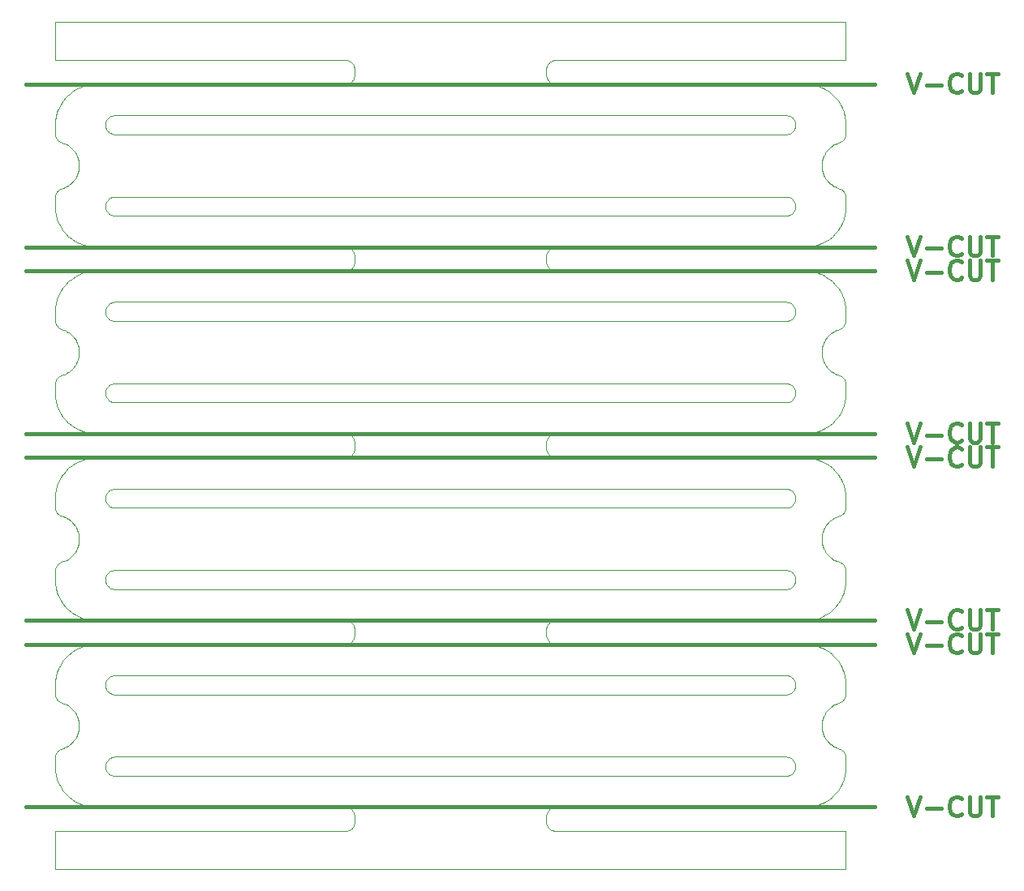
<source format=gbr>
G04 #@! TF.GenerationSoftware,KiCad,Pcbnew,5.1.5+dfsg1-2build2*
G04 #@! TF.CreationDate,2021-10-10T04:01:31+00:00*
G04 #@! TF.ProjectId,base_3.5,62617365-5f33-42e3-952e-6b696361645f,rev?*
G04 #@! TF.SameCoordinates,Original*
G04 #@! TF.FileFunction,Other,Comment*
%FSLAX46Y46*%
G04 Gerber Fmt 4.6, Leading zero omitted, Abs format (unit mm)*
G04 Created by KiCad (PCBNEW 5.1.5+dfsg1-2build2) date 2021-10-10 04:01:31*
%MOMM*%
%LPD*%
G04 APERTURE LIST*
%ADD10C,0.400000*%
G04 #@! TA.AperFunction,Profile*
%ADD11C,0.100000*%
G04 #@! TD*
G04 APERTURE END LIST*
D10*
X138951477Y-124404761D02*
X139618143Y-126404761D01*
X140284810Y-124404761D01*
X140951477Y-125642857D02*
X142475286Y-125642857D01*
X144570524Y-126214285D02*
X144475286Y-126309523D01*
X144189572Y-126404761D01*
X143999096Y-126404761D01*
X143713381Y-126309523D01*
X143522905Y-126119047D01*
X143427667Y-125928571D01*
X143332429Y-125547619D01*
X143332429Y-125261904D01*
X143427667Y-124880952D01*
X143522905Y-124690476D01*
X143713381Y-124500000D01*
X143999096Y-124404761D01*
X144189572Y-124404761D01*
X144475286Y-124500000D01*
X144570524Y-124595238D01*
X145427667Y-124404761D02*
X145427667Y-126023809D01*
X145522905Y-126214285D01*
X145618143Y-126309523D01*
X145808620Y-126404761D01*
X146189572Y-126404761D01*
X146380048Y-126309523D01*
X146475286Y-126214285D01*
X146570524Y-126023809D01*
X146570524Y-124404761D01*
X147237191Y-124404761D02*
X148380048Y-124404761D01*
X147808620Y-126404761D02*
X147808620Y-124404761D01*
X46999000Y-125500000D02*
X135501001Y-125500000D01*
X138951477Y-107404761D02*
X139618143Y-109404761D01*
X140284810Y-107404761D01*
X140951477Y-108642857D02*
X142475286Y-108642857D01*
X144570524Y-109214285D02*
X144475286Y-109309523D01*
X144189572Y-109404761D01*
X143999096Y-109404761D01*
X143713381Y-109309523D01*
X143522905Y-109119047D01*
X143427667Y-108928571D01*
X143332429Y-108547619D01*
X143332429Y-108261904D01*
X143427667Y-107880952D01*
X143522905Y-107690476D01*
X143713381Y-107500000D01*
X143999096Y-107404761D01*
X144189572Y-107404761D01*
X144475286Y-107500000D01*
X144570524Y-107595238D01*
X145427667Y-107404761D02*
X145427667Y-109023809D01*
X145522905Y-109214285D01*
X145618143Y-109309523D01*
X145808620Y-109404761D01*
X146189572Y-109404761D01*
X146380048Y-109309523D01*
X146475286Y-109214285D01*
X146570524Y-109023809D01*
X146570524Y-107404761D01*
X147237191Y-107404761D02*
X148380048Y-107404761D01*
X147808620Y-109404761D02*
X147808620Y-107404761D01*
X46999000Y-108500000D02*
X135501001Y-108500000D01*
X138951477Y-104904761D02*
X139618143Y-106904761D01*
X140284810Y-104904761D01*
X140951477Y-106142857D02*
X142475286Y-106142857D01*
X144570524Y-106714285D02*
X144475286Y-106809523D01*
X144189572Y-106904761D01*
X143999096Y-106904761D01*
X143713381Y-106809523D01*
X143522905Y-106619047D01*
X143427667Y-106428571D01*
X143332429Y-106047619D01*
X143332429Y-105761904D01*
X143427667Y-105380952D01*
X143522905Y-105190476D01*
X143713381Y-105000000D01*
X143999096Y-104904761D01*
X144189572Y-104904761D01*
X144475286Y-105000000D01*
X144570524Y-105095238D01*
X145427667Y-104904761D02*
X145427667Y-106523809D01*
X145522905Y-106714285D01*
X145618143Y-106809523D01*
X145808620Y-106904761D01*
X146189572Y-106904761D01*
X146380048Y-106809523D01*
X146475286Y-106714285D01*
X146570524Y-106523809D01*
X146570524Y-104904761D01*
X147237191Y-104904761D02*
X148380048Y-104904761D01*
X147808620Y-106904761D02*
X147808620Y-104904761D01*
X46999000Y-106000000D02*
X135501001Y-106000000D01*
X138951477Y-65904761D02*
X139618143Y-67904761D01*
X140284810Y-65904761D01*
X140951477Y-67142857D02*
X142475286Y-67142857D01*
X144570524Y-67714285D02*
X144475286Y-67809523D01*
X144189572Y-67904761D01*
X143999096Y-67904761D01*
X143713381Y-67809523D01*
X143522905Y-67619047D01*
X143427667Y-67428571D01*
X143332429Y-67047619D01*
X143332429Y-66761904D01*
X143427667Y-66380952D01*
X143522905Y-66190476D01*
X143713381Y-66000000D01*
X143999096Y-65904761D01*
X144189572Y-65904761D01*
X144475286Y-66000000D01*
X144570524Y-66095238D01*
X145427667Y-65904761D02*
X145427667Y-67523809D01*
X145522905Y-67714285D01*
X145618143Y-67809523D01*
X145808620Y-67904761D01*
X146189572Y-67904761D01*
X146380048Y-67809523D01*
X146475286Y-67714285D01*
X146570524Y-67523809D01*
X146570524Y-65904761D01*
X147237191Y-65904761D02*
X148380048Y-65904761D01*
X147808620Y-67904761D02*
X147808620Y-65904761D01*
X46999000Y-67000000D02*
X135501001Y-67000000D01*
X138951477Y-85404761D02*
X139618143Y-87404761D01*
X140284810Y-85404761D01*
X140951477Y-86642857D02*
X142475286Y-86642857D01*
X144570524Y-87214285D02*
X144475286Y-87309523D01*
X144189572Y-87404761D01*
X143999096Y-87404761D01*
X143713381Y-87309523D01*
X143522905Y-87119047D01*
X143427667Y-86928571D01*
X143332429Y-86547619D01*
X143332429Y-86261904D01*
X143427667Y-85880952D01*
X143522905Y-85690476D01*
X143713381Y-85500000D01*
X143999096Y-85404761D01*
X144189572Y-85404761D01*
X144475286Y-85500000D01*
X144570524Y-85595238D01*
X145427667Y-85404761D02*
X145427667Y-87023809D01*
X145522905Y-87214285D01*
X145618143Y-87309523D01*
X145808620Y-87404761D01*
X146189572Y-87404761D01*
X146380048Y-87309523D01*
X146475286Y-87214285D01*
X146570524Y-87023809D01*
X146570524Y-85404761D01*
X147237191Y-85404761D02*
X148380048Y-85404761D01*
X147808620Y-87404761D02*
X147808620Y-85404761D01*
X46999000Y-86500000D02*
X135501001Y-86500000D01*
X138951477Y-68404761D02*
X139618143Y-70404761D01*
X140284810Y-68404761D01*
X140951477Y-69642857D02*
X142475286Y-69642857D01*
X144570524Y-70214285D02*
X144475286Y-70309523D01*
X144189572Y-70404761D01*
X143999096Y-70404761D01*
X143713381Y-70309523D01*
X143522905Y-70119047D01*
X143427667Y-69928571D01*
X143332429Y-69547619D01*
X143332429Y-69261904D01*
X143427667Y-68880952D01*
X143522905Y-68690476D01*
X143713381Y-68500000D01*
X143999096Y-68404761D01*
X144189572Y-68404761D01*
X144475286Y-68500000D01*
X144570524Y-68595238D01*
X145427667Y-68404761D02*
X145427667Y-70023809D01*
X145522905Y-70214285D01*
X145618143Y-70309523D01*
X145808620Y-70404761D01*
X146189572Y-70404761D01*
X146380048Y-70309523D01*
X146475286Y-70214285D01*
X146570524Y-70023809D01*
X146570524Y-68404761D01*
X147237191Y-68404761D02*
X148380048Y-68404761D01*
X147808620Y-70404761D02*
X147808620Y-68404761D01*
X46999000Y-69500000D02*
X135501001Y-69500000D01*
X138951477Y-87904761D02*
X139618143Y-89904761D01*
X140284810Y-87904761D01*
X140951477Y-89142857D02*
X142475286Y-89142857D01*
X144570524Y-89714285D02*
X144475286Y-89809523D01*
X144189572Y-89904761D01*
X143999096Y-89904761D01*
X143713381Y-89809523D01*
X143522905Y-89619047D01*
X143427667Y-89428571D01*
X143332429Y-89047619D01*
X143332429Y-88761904D01*
X143427667Y-88380952D01*
X143522905Y-88190476D01*
X143713381Y-88000000D01*
X143999096Y-87904761D01*
X144189572Y-87904761D01*
X144475286Y-88000000D01*
X144570524Y-88095238D01*
X145427667Y-87904761D02*
X145427667Y-89523809D01*
X145522905Y-89714285D01*
X145618143Y-89809523D01*
X145808620Y-89904761D01*
X146189572Y-89904761D01*
X146380048Y-89809523D01*
X146475286Y-89714285D01*
X146570524Y-89523809D01*
X146570524Y-87904761D01*
X147237191Y-87904761D02*
X148380048Y-87904761D01*
X147808620Y-89904761D02*
X147808620Y-87904761D01*
X46999000Y-89000000D02*
X135501001Y-89000000D01*
X138951477Y-48904761D02*
X139618143Y-50904761D01*
X140284810Y-48904761D01*
X140951477Y-50142857D02*
X142475286Y-50142857D01*
X144570524Y-50714285D02*
X144475286Y-50809523D01*
X144189572Y-50904761D01*
X143999096Y-50904761D01*
X143713381Y-50809523D01*
X143522905Y-50619047D01*
X143427667Y-50428571D01*
X143332429Y-50047619D01*
X143332429Y-49761904D01*
X143427667Y-49380952D01*
X143522905Y-49190476D01*
X143713381Y-49000000D01*
X143999096Y-48904761D01*
X144189572Y-48904761D01*
X144475286Y-49000000D01*
X144570524Y-49095238D01*
X145427667Y-48904761D02*
X145427667Y-50523809D01*
X145522905Y-50714285D01*
X145618143Y-50809523D01*
X145808620Y-50904761D01*
X146189572Y-50904761D01*
X146380048Y-50809523D01*
X146475286Y-50714285D01*
X146570524Y-50523809D01*
X146570524Y-48904761D01*
X147237191Y-48904761D02*
X148380048Y-48904761D01*
X147808620Y-50904761D02*
X147808620Y-48904761D01*
X46999000Y-50000000D02*
X135501001Y-50000000D01*
D11*
X126499900Y-102715900D02*
X126401100Y-102736200D01*
X126596400Y-102685700D02*
X126499900Y-102715900D01*
X126689300Y-102645900D02*
X126596400Y-102685700D01*
X126777600Y-102596800D02*
X126689300Y-102645900D01*
X126860800Y-102538900D02*
X126777600Y-102596800D01*
X126937500Y-102473100D02*
X126860800Y-102538900D01*
X127007100Y-102399800D02*
X126937500Y-102473100D01*
X127069000Y-102319900D02*
X127007100Y-102399800D01*
X127122400Y-102234100D02*
X127069000Y-102319900D01*
X127166900Y-102143400D02*
X127122400Y-102234100D01*
X127202000Y-102048600D02*
X127166900Y-102143400D01*
X127227300Y-101950700D02*
X127202000Y-102048600D01*
X127242600Y-101850800D02*
X127227300Y-101950700D01*
X127247700Y-101749900D02*
X127242600Y-101850800D01*
X127242600Y-101649200D02*
X127247700Y-101749900D01*
X127227300Y-101549300D02*
X127242600Y-101649200D01*
X127202000Y-101451500D02*
X127227300Y-101549300D01*
X127166900Y-101356700D02*
X127202000Y-101451500D01*
X127122400Y-101266000D02*
X127166900Y-101356700D01*
X127069000Y-101180200D02*
X127122400Y-101266000D01*
X127007100Y-101100300D02*
X127069000Y-101180200D01*
X126937300Y-101026800D02*
X127007100Y-101100300D01*
X126860600Y-100961000D02*
X126937300Y-101026800D01*
X126777600Y-100903300D02*
X126860600Y-100961000D01*
X126689300Y-100854200D02*
X126777600Y-100903300D01*
X126596600Y-100814500D02*
X126689300Y-100854200D01*
X126500200Y-100784200D02*
X126596600Y-100814500D01*
X126401200Y-100763800D02*
X126500200Y-100784200D01*
X126300700Y-100753600D02*
X126401200Y-100763800D01*
X126224800Y-100751000D02*
X126300700Y-100753600D01*
X56275400Y-100751000D02*
X126224800Y-100751000D01*
X56199200Y-100753600D02*
X56275400Y-100751000D01*
X56098800Y-100763800D02*
X56199200Y-100753600D01*
X55999800Y-100784200D02*
X56098800Y-100763800D01*
X55903400Y-100814500D02*
X55999800Y-100784200D01*
X55810500Y-100854300D02*
X55903400Y-100814500D01*
X55722100Y-100903400D02*
X55810500Y-100854300D01*
X55639200Y-100961100D02*
X55722100Y-100903400D01*
X55562500Y-101027000D02*
X55639200Y-100961100D01*
X55492900Y-101100300D02*
X55562500Y-101027000D01*
X55431000Y-101180200D02*
X55492900Y-101100300D01*
X55377600Y-101266000D02*
X55431000Y-101180200D01*
X55333100Y-101356700D02*
X55377600Y-101266000D01*
X55298100Y-101451200D02*
X55333100Y-101356700D01*
X55272700Y-101549100D02*
X55298100Y-101451200D01*
X55257400Y-101649000D02*
X55272700Y-101549100D01*
X55252300Y-101749900D02*
X55257400Y-101649000D01*
X55257400Y-101850800D02*
X55252300Y-101749900D01*
X55272700Y-101950700D02*
X55257400Y-101850800D01*
X55298000Y-102048600D02*
X55272700Y-101950700D01*
X55333100Y-102143400D02*
X55298000Y-102048600D01*
X55377600Y-102234100D02*
X55333100Y-102143400D01*
X55431000Y-102319900D02*
X55377600Y-102234100D01*
X55492900Y-102399800D02*
X55431000Y-102319900D01*
X55562500Y-102473100D02*
X55492900Y-102399800D01*
X55639200Y-102538900D02*
X55562500Y-102473100D01*
X55722100Y-102596700D02*
X55639200Y-102538900D01*
X55810500Y-102645700D02*
X55722100Y-102596700D01*
X55903400Y-102685600D02*
X55810500Y-102645700D01*
X55999800Y-102715900D02*
X55903400Y-102685600D01*
X56098800Y-102736200D02*
X55999800Y-102715900D01*
X56199300Y-102746500D02*
X56098800Y-102736200D01*
X56275200Y-102749000D02*
X56199300Y-102746500D01*
X126224900Y-102749000D02*
X56275200Y-102749000D01*
X126300500Y-102746500D02*
X126224900Y-102749000D01*
X126401100Y-102736200D02*
X126300500Y-102746500D01*
X126499900Y-94215900D02*
X126401100Y-94236200D01*
X126596400Y-94185700D02*
X126499900Y-94215900D01*
X126689300Y-94145900D02*
X126596400Y-94185700D01*
X126777600Y-94096800D02*
X126689300Y-94145900D01*
X126860800Y-94038900D02*
X126777600Y-94096800D01*
X126937500Y-93973100D02*
X126860800Y-94038900D01*
X127007100Y-93899800D02*
X126937500Y-93973100D01*
X127069000Y-93819900D02*
X127007100Y-93899800D01*
X127122400Y-93734100D02*
X127069000Y-93819900D01*
X127166900Y-93643400D02*
X127122400Y-93734100D01*
X127202000Y-93548600D02*
X127166900Y-93643400D01*
X127227300Y-93450700D02*
X127202000Y-93548600D01*
X127242600Y-93350800D02*
X127227300Y-93450700D01*
X127247700Y-93249900D02*
X127242600Y-93350800D01*
X127242600Y-93149200D02*
X127247700Y-93249900D01*
X127227300Y-93049300D02*
X127242600Y-93149200D01*
X127202000Y-92951500D02*
X127227300Y-93049300D01*
X127166900Y-92856700D02*
X127202000Y-92951500D01*
X127122400Y-92766000D02*
X127166900Y-92856700D01*
X127069000Y-92680200D02*
X127122400Y-92766000D01*
X127007100Y-92600300D02*
X127069000Y-92680200D01*
X126937300Y-92526800D02*
X127007100Y-92600300D01*
X126860600Y-92461000D02*
X126937300Y-92526800D01*
X126777600Y-92403300D02*
X126860600Y-92461000D01*
X126689300Y-92354200D02*
X126777600Y-92403300D01*
X126596600Y-92314500D02*
X126689300Y-92354200D01*
X126500200Y-92284200D02*
X126596600Y-92314500D01*
X126401200Y-92263800D02*
X126500200Y-92284200D01*
X126300700Y-92253600D02*
X126401200Y-92263800D01*
X126224800Y-92251000D02*
X126300700Y-92253600D01*
X56275400Y-92251000D02*
X126224800Y-92251000D01*
X56199200Y-92253600D02*
X56275400Y-92251000D01*
X56098800Y-92263800D02*
X56199200Y-92253600D01*
X55999800Y-92284200D02*
X56098800Y-92263800D01*
X55903400Y-92314500D02*
X55999800Y-92284200D01*
X55810500Y-92354300D02*
X55903400Y-92314500D01*
X55722100Y-92403400D02*
X55810500Y-92354300D01*
X55639200Y-92461100D02*
X55722100Y-92403400D01*
X55562500Y-92527000D02*
X55639200Y-92461100D01*
X55492900Y-92600300D02*
X55562500Y-92527000D01*
X55431000Y-92680200D02*
X55492900Y-92600300D01*
X55377600Y-92766000D02*
X55431000Y-92680200D01*
X55333100Y-92856700D02*
X55377600Y-92766000D01*
X55298100Y-92951200D02*
X55333100Y-92856700D01*
X55272700Y-93049100D02*
X55298100Y-92951200D01*
X55257400Y-93149000D02*
X55272700Y-93049100D01*
X55252300Y-93249900D02*
X55257400Y-93149000D01*
X55257400Y-93350800D02*
X55252300Y-93249900D01*
X55272700Y-93450700D02*
X55257400Y-93350800D01*
X55298000Y-93548600D02*
X55272700Y-93450700D01*
X55333100Y-93643400D02*
X55298000Y-93548600D01*
X55377600Y-93734100D02*
X55333100Y-93643400D01*
X55431000Y-93819900D02*
X55377600Y-93734100D01*
X55492900Y-93899800D02*
X55431000Y-93819900D01*
X55562500Y-93973100D02*
X55492900Y-93899800D01*
X55639200Y-94038900D02*
X55562500Y-93973100D01*
X55722100Y-94096700D02*
X55639200Y-94038900D01*
X55810500Y-94145700D02*
X55722100Y-94096700D01*
X55903400Y-94185600D02*
X55810500Y-94145700D01*
X55999800Y-94215900D02*
X55903400Y-94185600D01*
X56098800Y-94236200D02*
X55999800Y-94215900D01*
X56199300Y-94246500D02*
X56098800Y-94236200D01*
X56275200Y-94249000D02*
X56199300Y-94246500D01*
X126224900Y-94249000D02*
X56275200Y-94249000D01*
X126300500Y-94246500D02*
X126224900Y-94249000D01*
X126401100Y-94236200D02*
X126300500Y-94246500D01*
X126499900Y-83215900D02*
X126401000Y-83236200D01*
X126596400Y-83185700D02*
X126499900Y-83215900D01*
X126689300Y-83145800D02*
X126596400Y-83185700D01*
X126777600Y-83096800D02*
X126689300Y-83145800D01*
X126860800Y-83038900D02*
X126777600Y-83096800D01*
X126937500Y-82973100D02*
X126860800Y-83038900D01*
X127007100Y-82899800D02*
X126937500Y-82973100D01*
X127069000Y-82819900D02*
X127007100Y-82899800D01*
X127122400Y-82734100D02*
X127069000Y-82819900D01*
X127166900Y-82643300D02*
X127122400Y-82734100D01*
X127202000Y-82548600D02*
X127166900Y-82643300D01*
X127227300Y-82450700D02*
X127202000Y-82548600D01*
X127242600Y-82350800D02*
X127227300Y-82450700D01*
X127247700Y-82249900D02*
X127242600Y-82350800D01*
X127242600Y-82149200D02*
X127247700Y-82249900D01*
X127227300Y-82049300D02*
X127242600Y-82149200D01*
X127202000Y-81951500D02*
X127227300Y-82049300D01*
X127166900Y-81856700D02*
X127202000Y-81951500D01*
X127122400Y-81765900D02*
X127166900Y-81856700D01*
X127069000Y-81680200D02*
X127122400Y-81765900D01*
X127007100Y-81600200D02*
X127069000Y-81680200D01*
X126937300Y-81526800D02*
X127007100Y-81600200D01*
X126860600Y-81461000D02*
X126937300Y-81526800D01*
X126777600Y-81403200D02*
X126860600Y-81461000D01*
X126689300Y-81354200D02*
X126777600Y-81403200D01*
X126596600Y-81314500D02*
X126689300Y-81354200D01*
X126500200Y-81284200D02*
X126596600Y-81314500D01*
X126401200Y-81263800D02*
X126500200Y-81284200D01*
X126300700Y-81253600D02*
X126401200Y-81263800D01*
X126224800Y-81251000D02*
X126300700Y-81253600D01*
X56275300Y-81251000D02*
X126224800Y-81251000D01*
X56199200Y-81253600D02*
X56275300Y-81251000D01*
X56098800Y-81263800D02*
X56199200Y-81253600D01*
X55999800Y-81284200D02*
X56098800Y-81263800D01*
X55903400Y-81314500D02*
X55999800Y-81284200D01*
X55810500Y-81354300D02*
X55903400Y-81314500D01*
X55722100Y-81403400D02*
X55810500Y-81354300D01*
X55639200Y-81461100D02*
X55722100Y-81403400D01*
X55562500Y-81527000D02*
X55639200Y-81461100D01*
X55492900Y-81600200D02*
X55562500Y-81527000D01*
X55431000Y-81680200D02*
X55492900Y-81600200D01*
X55377600Y-81765900D02*
X55431000Y-81680200D01*
X55333100Y-81856700D02*
X55377600Y-81765900D01*
X55298100Y-81951200D02*
X55333100Y-81856700D01*
X55272700Y-82049000D02*
X55298100Y-81951200D01*
X55257400Y-82148900D02*
X55272700Y-82049000D01*
X55252300Y-82249900D02*
X55257400Y-82148900D01*
X55257400Y-82350800D02*
X55252300Y-82249900D01*
X55272700Y-82450700D02*
X55257400Y-82350800D01*
X55298000Y-82548600D02*
X55272700Y-82450700D01*
X55333100Y-82643300D02*
X55298000Y-82548600D01*
X55377600Y-82734100D02*
X55333100Y-82643300D01*
X55431000Y-82819900D02*
X55377600Y-82734100D01*
X55492900Y-82899800D02*
X55431000Y-82819900D01*
X55562500Y-82973100D02*
X55492900Y-82899800D01*
X55639200Y-83038900D02*
X55562500Y-82973100D01*
X55722100Y-83096700D02*
X55639200Y-83038900D01*
X55810500Y-83145700D02*
X55722100Y-83096700D01*
X55903400Y-83185600D02*
X55810500Y-83145700D01*
X55999800Y-83215800D02*
X55903400Y-83185600D01*
X56098800Y-83236200D02*
X55999800Y-83215800D01*
X56199300Y-83246400D02*
X56098800Y-83236200D01*
X56275200Y-83249000D02*
X56199300Y-83246400D01*
X126224800Y-83249000D02*
X56275200Y-83249000D01*
X126300600Y-83246400D02*
X126224800Y-83249000D01*
X126401000Y-83236200D02*
X126300600Y-83246400D01*
X126499900Y-74715900D02*
X126401000Y-74736200D01*
X126596400Y-74685700D02*
X126499900Y-74715900D01*
X126689300Y-74645800D02*
X126596400Y-74685700D01*
X126777600Y-74596800D02*
X126689300Y-74645800D01*
X126860800Y-74538900D02*
X126777600Y-74596800D01*
X126937500Y-74473100D02*
X126860800Y-74538900D01*
X127007100Y-74399800D02*
X126937500Y-74473100D01*
X127069000Y-74319900D02*
X127007100Y-74399800D01*
X127122400Y-74234100D02*
X127069000Y-74319900D01*
X127166900Y-74143300D02*
X127122400Y-74234100D01*
X127202000Y-74048600D02*
X127166900Y-74143300D01*
X127227300Y-73950700D02*
X127202000Y-74048600D01*
X127242600Y-73850800D02*
X127227300Y-73950700D01*
X127247700Y-73749900D02*
X127242600Y-73850800D01*
X127242600Y-73649200D02*
X127247700Y-73749900D01*
X127227300Y-73549300D02*
X127242600Y-73649200D01*
X127202000Y-73451500D02*
X127227300Y-73549300D01*
X127166900Y-73356700D02*
X127202000Y-73451500D01*
X127122400Y-73265900D02*
X127166900Y-73356700D01*
X127069000Y-73180200D02*
X127122400Y-73265900D01*
X127007100Y-73100200D02*
X127069000Y-73180200D01*
X126937300Y-73026800D02*
X127007100Y-73100200D01*
X126860600Y-72961000D02*
X126937300Y-73026800D01*
X126777600Y-72903200D02*
X126860600Y-72961000D01*
X126689300Y-72854200D02*
X126777600Y-72903200D01*
X126596600Y-72814500D02*
X126689300Y-72854200D01*
X126500200Y-72784200D02*
X126596600Y-72814500D01*
X126401200Y-72763800D02*
X126500200Y-72784200D01*
X126300700Y-72753600D02*
X126401200Y-72763800D01*
X126224800Y-72751000D02*
X126300700Y-72753600D01*
X56275300Y-72751000D02*
X126224800Y-72751000D01*
X56199200Y-72753600D02*
X56275300Y-72751000D01*
X56098800Y-72763800D02*
X56199200Y-72753600D01*
X55999800Y-72784200D02*
X56098800Y-72763800D01*
X55903400Y-72814500D02*
X55999800Y-72784200D01*
X55810500Y-72854300D02*
X55903400Y-72814500D01*
X55722100Y-72903400D02*
X55810500Y-72854300D01*
X55639200Y-72961100D02*
X55722100Y-72903400D01*
X55562500Y-73027000D02*
X55639200Y-72961100D01*
X55492900Y-73100200D02*
X55562500Y-73027000D01*
X55431000Y-73180200D02*
X55492900Y-73100200D01*
X55377600Y-73265900D02*
X55431000Y-73180200D01*
X55333100Y-73356700D02*
X55377600Y-73265900D01*
X55298100Y-73451200D02*
X55333100Y-73356700D01*
X55272700Y-73549000D02*
X55298100Y-73451200D01*
X55257400Y-73648900D02*
X55272700Y-73549000D01*
X55252300Y-73749900D02*
X55257400Y-73648900D01*
X55257400Y-73850800D02*
X55252300Y-73749900D01*
X55272700Y-73950700D02*
X55257400Y-73850800D01*
X55298000Y-74048600D02*
X55272700Y-73950700D01*
X55333100Y-74143300D02*
X55298000Y-74048600D01*
X55377600Y-74234100D02*
X55333100Y-74143300D01*
X55431000Y-74319900D02*
X55377600Y-74234100D01*
X55492900Y-74399800D02*
X55431000Y-74319900D01*
X55562500Y-74473100D02*
X55492900Y-74399800D01*
X55639200Y-74538900D02*
X55562500Y-74473100D01*
X55722100Y-74596700D02*
X55639200Y-74538900D01*
X55810500Y-74645700D02*
X55722100Y-74596700D01*
X55903400Y-74685600D02*
X55810500Y-74645700D01*
X55999800Y-74715800D02*
X55903400Y-74685600D01*
X56098800Y-74736200D02*
X55999800Y-74715800D01*
X56199300Y-74746400D02*
X56098800Y-74736200D01*
X56275200Y-74749000D02*
X56199300Y-74746400D01*
X126224800Y-74749000D02*
X56275200Y-74749000D01*
X126300600Y-74746400D02*
X126224800Y-74749000D01*
X126401000Y-74736200D02*
X126300600Y-74746400D01*
X126499900Y-63715900D02*
X126401000Y-63736200D01*
X126596400Y-63685700D02*
X126499900Y-63715900D01*
X126689300Y-63645800D02*
X126596400Y-63685700D01*
X126777600Y-63596800D02*
X126689300Y-63645800D01*
X126860600Y-63539100D02*
X126777600Y-63596800D01*
X126937300Y-63473200D02*
X126860600Y-63539100D01*
X127007100Y-63399800D02*
X126937300Y-63473200D01*
X127069000Y-63319900D02*
X127007100Y-63399800D01*
X127122300Y-63234300D02*
X127069000Y-63319900D01*
X127166800Y-63143600D02*
X127122300Y-63234300D01*
X127201900Y-63048800D02*
X127166800Y-63143600D01*
X127227300Y-62951000D02*
X127201900Y-63048800D01*
X127242600Y-62851100D02*
X127227300Y-62951000D01*
X127247700Y-62750100D02*
X127242600Y-62851100D01*
X127242600Y-62649200D02*
X127247700Y-62750100D01*
X127227300Y-62549300D02*
X127242600Y-62649200D01*
X127202000Y-62451500D02*
X127227300Y-62549300D01*
X127166900Y-62356700D02*
X127202000Y-62451500D01*
X127122400Y-62265900D02*
X127166900Y-62356700D01*
X127069000Y-62180200D02*
X127122400Y-62265900D01*
X127007100Y-62100200D02*
X127069000Y-62180200D01*
X126937300Y-62026800D02*
X127007100Y-62100200D01*
X126860600Y-61960900D02*
X126937300Y-62026800D01*
X126777900Y-61903400D02*
X126860600Y-61960900D01*
X126689500Y-61854300D02*
X126777900Y-61903400D01*
X126596600Y-61814400D02*
X126689500Y-61854300D01*
X126500200Y-61784200D02*
X126596600Y-61814400D01*
X126401200Y-61763800D02*
X126500200Y-61784200D01*
X126300700Y-61753600D02*
X126401200Y-61763800D01*
X126224800Y-61751000D02*
X126300700Y-61753600D01*
X56275200Y-61751000D02*
X126224800Y-61751000D01*
X56199300Y-61753600D02*
X56275200Y-61751000D01*
X56098800Y-61763800D02*
X56199300Y-61753600D01*
X55999800Y-61784200D02*
X56098800Y-61763800D01*
X55903400Y-61814400D02*
X55999800Y-61784200D01*
X55810500Y-61854300D02*
X55903400Y-61814400D01*
X55722100Y-61903400D02*
X55810500Y-61854300D01*
X55639200Y-61961100D02*
X55722100Y-61903400D01*
X55562500Y-62027000D02*
X55639200Y-61961100D01*
X55492900Y-62100200D02*
X55562500Y-62027000D01*
X55431000Y-62180200D02*
X55492900Y-62100200D01*
X55377600Y-62265900D02*
X55431000Y-62180200D01*
X55333100Y-62356700D02*
X55377600Y-62265900D01*
X55298000Y-62451500D02*
X55333100Y-62356700D01*
X55272700Y-62549000D02*
X55298000Y-62451500D01*
X55257400Y-62648900D02*
X55272700Y-62549000D01*
X55252300Y-62749900D02*
X55257400Y-62648900D01*
X55257400Y-62850800D02*
X55252300Y-62749900D01*
X55272700Y-62950700D02*
X55257400Y-62850800D01*
X55298000Y-63048500D02*
X55272700Y-62950700D01*
X55333100Y-63143300D02*
X55298000Y-63048500D01*
X55377600Y-63234100D02*
X55333100Y-63143300D01*
X55431000Y-63319900D02*
X55377600Y-63234100D01*
X55492900Y-63399800D02*
X55431000Y-63319900D01*
X55562500Y-63473000D02*
X55492900Y-63399800D01*
X55639200Y-63538900D02*
X55562500Y-63473000D01*
X55722100Y-63596600D02*
X55639200Y-63538900D01*
X55810500Y-63645700D02*
X55722100Y-63596600D01*
X55903400Y-63685600D02*
X55810500Y-63645700D01*
X55999800Y-63715800D02*
X55903400Y-63685600D01*
X56098800Y-63736200D02*
X55999800Y-63715800D01*
X56199300Y-63746400D02*
X56098800Y-63736200D01*
X56275200Y-63749000D02*
X56199300Y-63746400D01*
X126224800Y-63749000D02*
X56275200Y-63749000D01*
X126300700Y-63746400D02*
X126224800Y-63749000D01*
X126401000Y-63736200D02*
X126300700Y-63746400D01*
X126499900Y-55215900D02*
X126401000Y-55236200D01*
X126596400Y-55185700D02*
X126499900Y-55215900D01*
X126689300Y-55145800D02*
X126596400Y-55185700D01*
X126777600Y-55096800D02*
X126689300Y-55145800D01*
X126860600Y-55039100D02*
X126777600Y-55096800D01*
X126937300Y-54973200D02*
X126860600Y-55039100D01*
X127007100Y-54899800D02*
X126937300Y-54973200D01*
X127069000Y-54819900D02*
X127007100Y-54899800D01*
X127122300Y-54734300D02*
X127069000Y-54819900D01*
X127166800Y-54643600D02*
X127122300Y-54734300D01*
X127201900Y-54548800D02*
X127166800Y-54643600D01*
X127227300Y-54451000D02*
X127201900Y-54548800D01*
X127242600Y-54351100D02*
X127227300Y-54451000D01*
X127247700Y-54250100D02*
X127242600Y-54351100D01*
X127242600Y-54149200D02*
X127247700Y-54250100D01*
X127227300Y-54049300D02*
X127242600Y-54149200D01*
X127202000Y-53951500D02*
X127227300Y-54049300D01*
X127166900Y-53856700D02*
X127202000Y-53951500D01*
X127122400Y-53765900D02*
X127166900Y-53856700D01*
X127069000Y-53680200D02*
X127122400Y-53765900D01*
X127007100Y-53600200D02*
X127069000Y-53680200D01*
X126937300Y-53526800D02*
X127007100Y-53600200D01*
X126860600Y-53460900D02*
X126937300Y-53526800D01*
X126777900Y-53403400D02*
X126860600Y-53460900D01*
X126689500Y-53354300D02*
X126777900Y-53403400D01*
X126596600Y-53314400D02*
X126689500Y-53354300D01*
X126500200Y-53284200D02*
X126596600Y-53314400D01*
X126401200Y-53263800D02*
X126500200Y-53284200D01*
X126300700Y-53253600D02*
X126401200Y-53263800D01*
X126224800Y-53251000D02*
X126300700Y-53253600D01*
X56275200Y-53251000D02*
X126224800Y-53251000D01*
X56199300Y-53253600D02*
X56275200Y-53251000D01*
X56098800Y-53263800D02*
X56199300Y-53253600D01*
X55999800Y-53284200D02*
X56098800Y-53263800D01*
X55903400Y-53314400D02*
X55999800Y-53284200D01*
X55810500Y-53354300D02*
X55903400Y-53314400D01*
X55722100Y-53403400D02*
X55810500Y-53354300D01*
X55639200Y-53461100D02*
X55722100Y-53403400D01*
X55562500Y-53527000D02*
X55639200Y-53461100D01*
X55492900Y-53600200D02*
X55562500Y-53527000D01*
X55431000Y-53680200D02*
X55492900Y-53600200D01*
X55377600Y-53765900D02*
X55431000Y-53680200D01*
X55333100Y-53856700D02*
X55377600Y-53765900D01*
X55298000Y-53951500D02*
X55333100Y-53856700D01*
X55272700Y-54049000D02*
X55298000Y-53951500D01*
X55257400Y-54148900D02*
X55272700Y-54049000D01*
X55252300Y-54249900D02*
X55257400Y-54148900D01*
X55257400Y-54350800D02*
X55252300Y-54249900D01*
X55272700Y-54450700D02*
X55257400Y-54350800D01*
X55298000Y-54548500D02*
X55272700Y-54450700D01*
X55333100Y-54643300D02*
X55298000Y-54548500D01*
X55377600Y-54734100D02*
X55333100Y-54643300D01*
X55431000Y-54819900D02*
X55377600Y-54734100D01*
X55492900Y-54899800D02*
X55431000Y-54819900D01*
X55562500Y-54973000D02*
X55492900Y-54899800D01*
X55639200Y-55038900D02*
X55562500Y-54973000D01*
X55722100Y-55096600D02*
X55639200Y-55038900D01*
X55810500Y-55145700D02*
X55722100Y-55096600D01*
X55903400Y-55185600D02*
X55810500Y-55145700D01*
X55999800Y-55215800D02*
X55903400Y-55185600D01*
X56098800Y-55236200D02*
X55999800Y-55215800D01*
X56199300Y-55246400D02*
X56098800Y-55236200D01*
X56275200Y-55249000D02*
X56199300Y-55246400D01*
X126224800Y-55249000D02*
X56275200Y-55249000D01*
X126300700Y-55246400D02*
X126224800Y-55249000D01*
X126401000Y-55236200D02*
X126300700Y-55246400D01*
X126500200Y-122215900D02*
X126400700Y-122236300D01*
X126596600Y-122185600D02*
X126500200Y-122215900D01*
X126689500Y-122145700D02*
X126596600Y-122185600D01*
X126777900Y-122096700D02*
X126689500Y-122145700D01*
X126860800Y-122038900D02*
X126777900Y-122096700D01*
X126937500Y-121973100D02*
X126860800Y-122038900D01*
X127007100Y-121899800D02*
X126937500Y-121973100D01*
X127069000Y-121819900D02*
X127007100Y-121899800D01*
X127122400Y-121734100D02*
X127069000Y-121819900D01*
X127166900Y-121643400D02*
X127122400Y-121734100D01*
X127202000Y-121548600D02*
X127166900Y-121643400D01*
X127227300Y-121450800D02*
X127202000Y-121548600D01*
X127242600Y-121350900D02*
X127227300Y-121450800D01*
X127247700Y-121249900D02*
X127242600Y-121350900D01*
X127242600Y-121149300D02*
X127247700Y-121249900D01*
X127227300Y-121049300D02*
X127242600Y-121149300D01*
X127202000Y-120951500D02*
X127227300Y-121049300D01*
X127166900Y-120856700D02*
X127202000Y-120951500D01*
X127122400Y-120766000D02*
X127166900Y-120856700D01*
X127069000Y-120680200D02*
X127122400Y-120766000D01*
X127007100Y-120600300D02*
X127069000Y-120680200D01*
X126937300Y-120526800D02*
X127007100Y-120600300D01*
X126860600Y-120461000D02*
X126937300Y-120526800D01*
X126777600Y-120403300D02*
X126860600Y-120461000D01*
X126689300Y-120354200D02*
X126777600Y-120403300D01*
X126596600Y-120314500D02*
X126689300Y-120354200D01*
X126500200Y-120284200D02*
X126596600Y-120314500D01*
X126401200Y-120263900D02*
X126500200Y-120284200D01*
X126300700Y-120253600D02*
X126401200Y-120263900D01*
X126224800Y-120251100D02*
X126300700Y-120253600D01*
X56275000Y-120251100D02*
X126224800Y-120251100D01*
X56199600Y-120253600D02*
X56275000Y-120251100D01*
X56098800Y-120263900D02*
X56199600Y-120253600D01*
X55999800Y-120284200D02*
X56098800Y-120263900D01*
X55903400Y-120314500D02*
X55999800Y-120284200D01*
X55810500Y-120354400D02*
X55903400Y-120314500D01*
X55722100Y-120403400D02*
X55810500Y-120354400D01*
X55639200Y-120461200D02*
X55722100Y-120403400D01*
X55562500Y-120527000D02*
X55639200Y-120461200D01*
X55492900Y-120600300D02*
X55562500Y-120527000D01*
X55431000Y-120680200D02*
X55492900Y-120600300D01*
X55377600Y-120766000D02*
X55431000Y-120680200D01*
X55333100Y-120856700D02*
X55377600Y-120766000D01*
X55298100Y-120951200D02*
X55333100Y-120856700D01*
X55272700Y-121049100D02*
X55298100Y-120951200D01*
X55257400Y-121149000D02*
X55272700Y-121049100D01*
X55252300Y-121249900D02*
X55257400Y-121149000D01*
X55257400Y-121350900D02*
X55252300Y-121249900D01*
X55272700Y-121450800D02*
X55257400Y-121350900D01*
X55298000Y-121548600D02*
X55272700Y-121450800D01*
X55333100Y-121643400D02*
X55298000Y-121548600D01*
X55377600Y-121734100D02*
X55333100Y-121643400D01*
X55431000Y-121819900D02*
X55377600Y-121734100D01*
X55492900Y-121899800D02*
X55431000Y-121819900D01*
X55562500Y-121973100D02*
X55492900Y-121899800D01*
X55639200Y-122038900D02*
X55562500Y-121973100D01*
X55722100Y-122096700D02*
X55639200Y-122038900D01*
X55810500Y-122145700D02*
X55722100Y-122096700D01*
X55903400Y-122185600D02*
X55810500Y-122145700D01*
X55999800Y-122215900D02*
X55903400Y-122185600D01*
X56098800Y-122236200D02*
X55999800Y-122215900D01*
X56199300Y-122246500D02*
X56098800Y-122236200D01*
X56275200Y-122249100D02*
X56199300Y-122246500D01*
X126224500Y-122249100D02*
X56275200Y-122249100D01*
X126300900Y-122246500D02*
X126224500Y-122249100D01*
X126400700Y-122236300D02*
X126300900Y-122246500D01*
X126500200Y-113715900D02*
X126400700Y-113736300D01*
X126596600Y-113685600D02*
X126500200Y-113715900D01*
X126689500Y-113645700D02*
X126596600Y-113685600D01*
X126777900Y-113596700D02*
X126689500Y-113645700D01*
X126860800Y-113538900D02*
X126777900Y-113596700D01*
X126937500Y-113473100D02*
X126860800Y-113538900D01*
X127007100Y-113399800D02*
X126937500Y-113473100D01*
X127069000Y-113319900D02*
X127007100Y-113399800D01*
X127122400Y-113234100D02*
X127069000Y-113319900D01*
X127166900Y-113143400D02*
X127122400Y-113234100D01*
X127202000Y-113048600D02*
X127166900Y-113143400D01*
X127227300Y-112950800D02*
X127202000Y-113048600D01*
X127242600Y-112850900D02*
X127227300Y-112950800D01*
X127247700Y-112749900D02*
X127242600Y-112850900D01*
X127242600Y-112649300D02*
X127247700Y-112749900D01*
X127227300Y-112549300D02*
X127242600Y-112649300D01*
X127202000Y-112451500D02*
X127227300Y-112549300D01*
X127166900Y-112356700D02*
X127202000Y-112451500D01*
X127122400Y-112266000D02*
X127166900Y-112356700D01*
X127069000Y-112180200D02*
X127122400Y-112266000D01*
X127007100Y-112100300D02*
X127069000Y-112180200D01*
X126937300Y-112026800D02*
X127007100Y-112100300D01*
X126860600Y-111961000D02*
X126937300Y-112026800D01*
X126777600Y-111903300D02*
X126860600Y-111961000D01*
X126689300Y-111854200D02*
X126777600Y-111903300D01*
X126596600Y-111814500D02*
X126689300Y-111854200D01*
X126500200Y-111784200D02*
X126596600Y-111814500D01*
X126401200Y-111763900D02*
X126500200Y-111784200D01*
X126300700Y-111753600D02*
X126401200Y-111763900D01*
X126224800Y-111751100D02*
X126300700Y-111753600D01*
X56275000Y-111751100D02*
X126224800Y-111751100D01*
X56199600Y-111753600D02*
X56275000Y-111751100D01*
X56098800Y-111763900D02*
X56199600Y-111753600D01*
X55999800Y-111784200D02*
X56098800Y-111763900D01*
X55903400Y-111814500D02*
X55999800Y-111784200D01*
X55810500Y-111854400D02*
X55903400Y-111814500D01*
X55722100Y-111903400D02*
X55810500Y-111854400D01*
X55639200Y-111961200D02*
X55722100Y-111903400D01*
X55562500Y-112027000D02*
X55639200Y-111961200D01*
X55492900Y-112100300D02*
X55562500Y-112027000D01*
X55431000Y-112180200D02*
X55492900Y-112100300D01*
X55377600Y-112266000D02*
X55431000Y-112180200D01*
X55333100Y-112356700D02*
X55377600Y-112266000D01*
X55298100Y-112451200D02*
X55333100Y-112356700D01*
X55272700Y-112549100D02*
X55298100Y-112451200D01*
X55257400Y-112649000D02*
X55272700Y-112549100D01*
X55252300Y-112749900D02*
X55257400Y-112649000D01*
X55257400Y-112850900D02*
X55252300Y-112749900D01*
X55272700Y-112950800D02*
X55257400Y-112850900D01*
X55298000Y-113048600D02*
X55272700Y-112950800D01*
X55333100Y-113143400D02*
X55298000Y-113048600D01*
X55377600Y-113234100D02*
X55333100Y-113143400D01*
X55431000Y-113319900D02*
X55377600Y-113234100D01*
X55492900Y-113399800D02*
X55431000Y-113319900D01*
X55562500Y-113473100D02*
X55492900Y-113399800D01*
X55639200Y-113538900D02*
X55562500Y-113473100D01*
X55722100Y-113596700D02*
X55639200Y-113538900D01*
X55810500Y-113645700D02*
X55722100Y-113596700D01*
X55903400Y-113685600D02*
X55810500Y-113645700D01*
X55999800Y-113715900D02*
X55903400Y-113685600D01*
X56098800Y-113736200D02*
X55999800Y-113715900D01*
X56199300Y-113746500D02*
X56098800Y-113736200D01*
X56275200Y-113749100D02*
X56199300Y-113746500D01*
X126224500Y-113749100D02*
X56275200Y-113749100D01*
X126300900Y-113746500D02*
X126224500Y-113749100D01*
X126400700Y-113736300D02*
X126300900Y-113746500D01*
X132476500Y-43499000D02*
X50009200Y-43499700D01*
X132491800Y-43499800D02*
X132476500Y-43499000D01*
X132497700Y-43503000D02*
X132491800Y-43499800D01*
X132500200Y-43508200D02*
X132497700Y-43503000D01*
X132501000Y-43523500D02*
X132500200Y-43508200D01*
X132501000Y-47475500D02*
X132501000Y-43523500D01*
X132499700Y-47492700D02*
X132501000Y-47475500D01*
X132496300Y-47497400D02*
X132499700Y-47492700D01*
X132491800Y-47499200D02*
X132496300Y-47497400D01*
X102241300Y-47500000D02*
X132491800Y-47499200D01*
X102144000Y-47504800D02*
X102241300Y-47500000D01*
X102047900Y-47519000D02*
X102144000Y-47504800D01*
X101953600Y-47542600D02*
X102047900Y-47519000D01*
X101862200Y-47575400D02*
X101953600Y-47542600D01*
X101774300Y-47616900D02*
X101862200Y-47575400D01*
X101691000Y-47666900D02*
X101774300Y-47616900D01*
X101613000Y-47724700D02*
X101691000Y-47666900D01*
X101541000Y-47790000D02*
X101613000Y-47724700D01*
X101475700Y-47862000D02*
X101541000Y-47790000D01*
X101417900Y-47940000D02*
X101475700Y-47862000D01*
X101367900Y-48023300D02*
X101417900Y-47940000D01*
X101326400Y-48111100D02*
X101367900Y-48023300D01*
X101293700Y-48202600D02*
X101326400Y-48111100D01*
X101270000Y-48296900D02*
X101293700Y-48202600D01*
X101255800Y-48393000D02*
X101270000Y-48296900D01*
X101251000Y-48490200D02*
X101255800Y-48393000D01*
X101251000Y-49008800D02*
X101251000Y-48490200D01*
X101255800Y-49106000D02*
X101251000Y-49008800D01*
X101270000Y-49202100D02*
X101255800Y-49106000D01*
X101293700Y-49296400D02*
X101270000Y-49202100D01*
X101326400Y-49387900D02*
X101293700Y-49296400D01*
X101367900Y-49475700D02*
X101326400Y-49387900D01*
X101417900Y-49559000D02*
X101367900Y-49475700D01*
X101475700Y-49637000D02*
X101417900Y-49559000D01*
X101541000Y-49709000D02*
X101475700Y-49637000D01*
X101613000Y-49774300D02*
X101541000Y-49709000D01*
X101691000Y-49832100D02*
X101613000Y-49774300D01*
X101774300Y-49882100D02*
X101691000Y-49832100D01*
X101862200Y-49923600D02*
X101774300Y-49882100D01*
X101953600Y-49956400D02*
X101862200Y-49923600D01*
X102047900Y-49980000D02*
X101953600Y-49956400D01*
X102144000Y-49994200D02*
X102047900Y-49980000D01*
X102241300Y-49999000D02*
X102144000Y-49994200D01*
X128243400Y-49999000D02*
X102241300Y-49999000D01*
X128694100Y-50022600D02*
X128243400Y-49999000D01*
X129121100Y-50089900D02*
X128694100Y-50022600D01*
X129146500Y-50095300D02*
X129121100Y-50089900D01*
X129550900Y-50203600D02*
X129146500Y-50095300D01*
X129575900Y-50211800D02*
X129550900Y-50203600D01*
X129979200Y-50367000D02*
X129575900Y-50211800D01*
X130375600Y-50569000D02*
X129979200Y-50367000D01*
X130748300Y-50811000D02*
X130375600Y-50569000D01*
X131084200Y-51082600D02*
X130748300Y-50811000D01*
X131103800Y-51100200D02*
X131084200Y-51082600D01*
X131399800Y-51396200D02*
X131103800Y-51100200D01*
X131417400Y-51415700D02*
X131399800Y-51396200D01*
X131689000Y-51751800D02*
X131417400Y-51415700D01*
X131931100Y-52124500D02*
X131689000Y-51751800D01*
X132133100Y-52520900D02*
X131931100Y-52124500D01*
X132288200Y-52924100D02*
X132133100Y-52520900D01*
X132296300Y-52949100D02*
X132288200Y-52924100D01*
X132404700Y-53353400D02*
X132296300Y-52949100D01*
X132410200Y-53379100D02*
X132404700Y-53353400D01*
X132477400Y-53806000D02*
X132410200Y-53379100D01*
X132501000Y-54256500D02*
X132477400Y-53806000D01*
X132501000Y-55139700D02*
X132501000Y-54256500D01*
X132495900Y-55244100D02*
X132501000Y-55139700D01*
X132481400Y-55341600D02*
X132495900Y-55244100D01*
X132457200Y-55437700D02*
X132481400Y-55341600D01*
X132423900Y-55530500D02*
X132457200Y-55437700D01*
X132387300Y-55608200D02*
X132423900Y-55530500D01*
X132375600Y-55630000D02*
X132387300Y-55608200D01*
X132323700Y-55713800D02*
X132375600Y-55630000D01*
X132272100Y-55782500D02*
X132323700Y-55713800D01*
X132214100Y-55846600D02*
X132272100Y-55782500D01*
X132196500Y-55864100D02*
X132214100Y-55846600D01*
X132132400Y-55921400D02*
X132196500Y-55864100D01*
X132062800Y-55973000D02*
X132132400Y-55921400D01*
X131968400Y-56030200D02*
X132062800Y-55973000D01*
X131879100Y-56072000D02*
X131968400Y-56030200D01*
X131600100Y-56170700D02*
X131879100Y-56072000D01*
X131509400Y-56207800D02*
X131600100Y-56170700D01*
X131375300Y-56270600D02*
X131509400Y-56207800D01*
X131288700Y-56316400D02*
X131375300Y-56270600D01*
X131161400Y-56392000D02*
X131288700Y-56316400D01*
X131079800Y-56446200D02*
X131161400Y-56392000D01*
X130960600Y-56533900D02*
X131079800Y-56446200D01*
X130884600Y-56595900D02*
X130960600Y-56533900D01*
X130774600Y-56694900D02*
X130884600Y-56595900D01*
X130705100Y-56764000D02*
X130774600Y-56694900D01*
X130605400Y-56873400D02*
X130705100Y-56764000D01*
X130543000Y-56949000D02*
X130605400Y-56873400D01*
X130454500Y-57067700D02*
X130543000Y-56949000D01*
X130399900Y-57149100D02*
X130454500Y-57067700D01*
X130323600Y-57275900D02*
X130399900Y-57149100D01*
X130277200Y-57362300D02*
X130323600Y-57275900D01*
X130213700Y-57496000D02*
X130277200Y-57362300D01*
X130176000Y-57586500D02*
X130213700Y-57496000D01*
X130126000Y-57725800D02*
X130176000Y-57586500D01*
X130097400Y-57819500D02*
X130126000Y-57725800D01*
X130061300Y-57963100D02*
X130097400Y-57819500D01*
X130042200Y-58059200D02*
X130061300Y-57963100D01*
X130020400Y-58205600D02*
X130042200Y-58059200D01*
X130010700Y-58303100D02*
X130020400Y-58205600D01*
X130003400Y-58451000D02*
X130010700Y-58303100D01*
X130003400Y-58549000D02*
X130003400Y-58451000D01*
X130010700Y-58696900D02*
X130003400Y-58549000D01*
X130020400Y-58794400D02*
X130010700Y-58696900D01*
X130042200Y-58940800D02*
X130020400Y-58794400D01*
X130061300Y-59036900D02*
X130042200Y-58940800D01*
X130097400Y-59180500D02*
X130061300Y-59036900D01*
X130126000Y-59274200D02*
X130097400Y-59180500D01*
X130176000Y-59413500D02*
X130126000Y-59274200D01*
X130213700Y-59504000D02*
X130176000Y-59413500D01*
X130277200Y-59637700D02*
X130213700Y-59504000D01*
X130323600Y-59724100D02*
X130277200Y-59637700D01*
X130399900Y-59850900D02*
X130323600Y-59724100D01*
X130454500Y-59932300D02*
X130399900Y-59850900D01*
X130543000Y-60051000D02*
X130454500Y-59932300D01*
X130605400Y-60126600D02*
X130543000Y-60051000D01*
X130705100Y-60236000D02*
X130605400Y-60126600D01*
X130774600Y-60305100D02*
X130705100Y-60236000D01*
X130884600Y-60404100D02*
X130774600Y-60305100D01*
X130960600Y-60466100D02*
X130884600Y-60404100D01*
X131079800Y-60553800D02*
X130960600Y-60466100D01*
X131161500Y-60608000D02*
X131079800Y-60553800D01*
X131288700Y-60683600D02*
X131161500Y-60608000D01*
X131375300Y-60729500D02*
X131288700Y-60683600D01*
X131509400Y-60792200D02*
X131375300Y-60729500D01*
X131600100Y-60829300D02*
X131509400Y-60792200D01*
X131878700Y-60927800D02*
X131600100Y-60829300D01*
X131957100Y-60964100D02*
X131878700Y-60927800D01*
X131978900Y-60975700D02*
X131957100Y-60964100D01*
X132052700Y-61019900D02*
X131978900Y-60975700D01*
X132122500Y-61070900D02*
X132052700Y-61019900D01*
X132141700Y-61086500D02*
X132122500Y-61070900D01*
X132205400Y-61144300D02*
X132141700Y-61086500D01*
X132263800Y-61207900D02*
X132205400Y-61144300D01*
X132279400Y-61226800D02*
X132263800Y-61207900D01*
X132337500Y-61306700D02*
X132279400Y-61226800D01*
X132381600Y-61380600D02*
X132337500Y-61306700D01*
X132418900Y-61458500D02*
X132381600Y-61380600D01*
X132428400Y-61481300D02*
X132418900Y-61458500D01*
X132460600Y-61574500D02*
X132428400Y-61481300D01*
X132481400Y-61658400D02*
X132460600Y-61574500D01*
X132496700Y-61767700D02*
X132481400Y-61658400D01*
X132501000Y-61860300D02*
X132496700Y-61767700D01*
X132501000Y-62743400D02*
X132501000Y-61860300D01*
X132477400Y-63194100D02*
X132501000Y-62743400D01*
X132407800Y-63633500D02*
X132477400Y-63194100D01*
X132292500Y-64063800D02*
X132407800Y-63633500D01*
X132138200Y-64466700D02*
X132292500Y-64063800D01*
X132127500Y-64490700D02*
X132138200Y-64466700D01*
X131937500Y-64863800D02*
X132127500Y-64490700D01*
X131924300Y-64886500D02*
X131937500Y-64863800D01*
X131689000Y-65248300D02*
X131924300Y-64886500D01*
X131417400Y-65584200D02*
X131689000Y-65248300D01*
X131399800Y-65603800D02*
X131417400Y-65584200D01*
X131094400Y-65908700D02*
X131399800Y-65603800D01*
X130748700Y-66188700D02*
X131094400Y-65908700D01*
X130375500Y-66431100D02*
X130748700Y-66188700D01*
X129978600Y-66633300D02*
X130375500Y-66431100D01*
X129563700Y-66792500D02*
X129978600Y-66633300D01*
X129134000Y-66907700D02*
X129563700Y-66792500D01*
X128694500Y-66977300D02*
X129134000Y-66907700D01*
X128249900Y-67000900D02*
X128694500Y-66977300D01*
X102241300Y-67001000D02*
X128249900Y-67000900D01*
X102144000Y-67005800D02*
X102241300Y-67001000D01*
X102047900Y-67020000D02*
X102144000Y-67005800D01*
X101953600Y-67043600D02*
X102047900Y-67020000D01*
X101862200Y-67076400D02*
X101953600Y-67043600D01*
X101774300Y-67117900D02*
X101862200Y-67076400D01*
X101691000Y-67167900D02*
X101774300Y-67117900D01*
X101613000Y-67225700D02*
X101691000Y-67167900D01*
X101541000Y-67291000D02*
X101613000Y-67225700D01*
X101475700Y-67363000D02*
X101541000Y-67291000D01*
X101417900Y-67441000D02*
X101475700Y-67363000D01*
X101367900Y-67524300D02*
X101417900Y-67441000D01*
X101326400Y-67612100D02*
X101367900Y-67524300D01*
X101293700Y-67703600D02*
X101326400Y-67612100D01*
X101270000Y-67797900D02*
X101293700Y-67703600D01*
X101255800Y-67894000D02*
X101270000Y-67797900D01*
X101251000Y-67991200D02*
X101255800Y-67894000D01*
X101251000Y-68508800D02*
X101251000Y-67991200D01*
X101255800Y-68606000D02*
X101251000Y-68508800D01*
X101270000Y-68702100D02*
X101255800Y-68606000D01*
X101293700Y-68796400D02*
X101270000Y-68702100D01*
X101326400Y-68887900D02*
X101293700Y-68796400D01*
X101367900Y-68975700D02*
X101326400Y-68887900D01*
X101417900Y-69059000D02*
X101367900Y-68975700D01*
X101475700Y-69137000D02*
X101417900Y-69059000D01*
X101541000Y-69209000D02*
X101475700Y-69137000D01*
X101613000Y-69274300D02*
X101541000Y-69209000D01*
X101691000Y-69332200D02*
X101613000Y-69274300D01*
X101774300Y-69382100D02*
X101691000Y-69332200D01*
X101862200Y-69423600D02*
X101774300Y-69382100D01*
X101953600Y-69456400D02*
X101862200Y-69423600D01*
X102047900Y-69480000D02*
X101953600Y-69456400D01*
X102144000Y-69494200D02*
X102047900Y-69480000D01*
X102241300Y-69499000D02*
X102144000Y-69494200D01*
X128243400Y-69499000D02*
X102241300Y-69499000D01*
X128694600Y-69522700D02*
X128243400Y-69499000D01*
X129134000Y-69592300D02*
X128694600Y-69522700D01*
X129550900Y-69703700D02*
X129134000Y-69592300D01*
X129575900Y-69711800D02*
X129550900Y-69703700D01*
X129966700Y-69861800D02*
X129575900Y-69711800D01*
X129990700Y-69872500D02*
X129966700Y-69861800D01*
X130375100Y-70068700D02*
X129990700Y-69872500D01*
X130737600Y-70303700D02*
X130375100Y-70068700D01*
X130758900Y-70319200D02*
X130737600Y-70303700D01*
X131094100Y-70591000D02*
X130758900Y-70319200D01*
X131408700Y-70905600D02*
X131094100Y-70591000D01*
X131688700Y-71251400D02*
X131408700Y-70905600D01*
X131931300Y-71624900D02*
X131688700Y-71251400D01*
X132133100Y-72020900D02*
X131931300Y-71624900D01*
X132288200Y-72424100D02*
X132133100Y-72020900D01*
X132296300Y-72449100D02*
X132288200Y-72424100D01*
X132404700Y-72853500D02*
X132296300Y-72449100D01*
X132410200Y-72879200D02*
X132404700Y-72853500D01*
X132477400Y-73306000D02*
X132410200Y-72879200D01*
X132500900Y-73750100D02*
X132477400Y-73306000D01*
X132500900Y-74646100D02*
X132500900Y-73750100D01*
X132495900Y-74744100D02*
X132500900Y-74646100D01*
X132483400Y-74829700D02*
X132495900Y-74744100D01*
X132478600Y-74853900D02*
X132483400Y-74829700D01*
X132457300Y-74937200D02*
X132478600Y-74853900D01*
X132428400Y-75018700D02*
X132457300Y-74937200D01*
X132418900Y-75041500D02*
X132428400Y-75018700D01*
X132381500Y-75119500D02*
X132418900Y-75041500D01*
X132330900Y-75203500D02*
X132381500Y-75119500D01*
X132272100Y-75282600D02*
X132330900Y-75203500D01*
X132214100Y-75346600D02*
X132272100Y-75282600D01*
X132196500Y-75364100D02*
X132214100Y-75346600D01*
X132132100Y-75421700D02*
X132196500Y-75364100D01*
X132052700Y-75480100D02*
X132132100Y-75421700D01*
X131957300Y-75535800D02*
X132052700Y-75480100D01*
X131878600Y-75572200D02*
X131957300Y-75535800D01*
X131600100Y-75670700D02*
X131878600Y-75572200D01*
X131509400Y-75707800D02*
X131600100Y-75670700D01*
X131375300Y-75770600D02*
X131509400Y-75707800D01*
X131288700Y-75816400D02*
X131375300Y-75770600D01*
X131161400Y-75892000D02*
X131288700Y-75816400D01*
X131079800Y-75946200D02*
X131161400Y-75892000D01*
X130960600Y-76033900D02*
X131079800Y-75946200D01*
X130884600Y-76095900D02*
X130960600Y-76033900D01*
X130774600Y-76194900D02*
X130884600Y-76095900D01*
X130705100Y-76264000D02*
X130774600Y-76194900D01*
X130605400Y-76373400D02*
X130705100Y-76264000D01*
X130543000Y-76449000D02*
X130605400Y-76373400D01*
X130454500Y-76567700D02*
X130543000Y-76449000D01*
X130399900Y-76649100D02*
X130454500Y-76567700D01*
X130323600Y-76775900D02*
X130399900Y-76649100D01*
X130277200Y-76862300D02*
X130323600Y-76775900D01*
X130213700Y-76996000D02*
X130277200Y-76862300D01*
X130176000Y-77086500D02*
X130213700Y-76996000D01*
X130126000Y-77225800D02*
X130176000Y-77086500D01*
X130097400Y-77319500D02*
X130126000Y-77225800D01*
X130061300Y-77463100D02*
X130097400Y-77319500D01*
X130042200Y-77559200D02*
X130061300Y-77463100D01*
X130020400Y-77705600D02*
X130042200Y-77559200D01*
X130010700Y-77803200D02*
X130020400Y-77705600D01*
X130003400Y-77951000D02*
X130010700Y-77803200D01*
X130003400Y-78049000D02*
X130003400Y-77951000D01*
X130010700Y-78196900D02*
X130003400Y-78049000D01*
X130020400Y-78294400D02*
X130010700Y-78196900D01*
X130042200Y-78440800D02*
X130020400Y-78294400D01*
X130061300Y-78536900D02*
X130042200Y-78440800D01*
X130097400Y-78680500D02*
X130061300Y-78536900D01*
X130126000Y-78774200D02*
X130097400Y-78680500D01*
X130176000Y-78913600D02*
X130126000Y-78774200D01*
X130213700Y-79004100D02*
X130176000Y-78913600D01*
X130277200Y-79137800D02*
X130213700Y-79004100D01*
X130323600Y-79224100D02*
X130277200Y-79137800D01*
X130399900Y-79350900D02*
X130323600Y-79224100D01*
X130454500Y-79432300D02*
X130399900Y-79350900D01*
X130543000Y-79551000D02*
X130454500Y-79432300D01*
X130605400Y-79626600D02*
X130543000Y-79551000D01*
X130705100Y-79736000D02*
X130605400Y-79626600D01*
X130774600Y-79805100D02*
X130705100Y-79736000D01*
X130884600Y-79904200D02*
X130774600Y-79805100D01*
X130960600Y-79966100D02*
X130884600Y-79904200D01*
X131079800Y-80053900D02*
X130960600Y-79966100D01*
X131161500Y-80108000D02*
X131079800Y-80053900D01*
X131288700Y-80183600D02*
X131161500Y-80108000D01*
X131375300Y-80229500D02*
X131288700Y-80183600D01*
X131509400Y-80292200D02*
X131375300Y-80229500D01*
X131600100Y-80329300D02*
X131509400Y-80292200D01*
X131879100Y-80428000D02*
X131600100Y-80329300D01*
X131968400Y-80469800D02*
X131879100Y-80428000D01*
X132062800Y-80527000D02*
X131968400Y-80469800D01*
X132141700Y-80586500D02*
X132062800Y-80527000D01*
X132205400Y-80644300D02*
X132141700Y-80586500D01*
X132263800Y-80707900D02*
X132205400Y-80644300D01*
X132279500Y-80727000D02*
X132263800Y-80707900D01*
X132330700Y-80796100D02*
X132279500Y-80727000D01*
X132381600Y-80880600D02*
X132330700Y-80796100D01*
X132423900Y-80969600D02*
X132381600Y-80880600D01*
X132457400Y-81062800D02*
X132423900Y-80969600D01*
X132481400Y-81158400D02*
X132457400Y-81062800D01*
X132494300Y-81243400D02*
X132481400Y-81158400D01*
X132496800Y-81268000D02*
X132494300Y-81243400D01*
X132501000Y-81360300D02*
X132496800Y-81268000D01*
X132500900Y-82249900D02*
X132501000Y-81360300D01*
X132477300Y-82694600D02*
X132500900Y-82249900D01*
X132407700Y-83134100D02*
X132477300Y-82694600D01*
X132296400Y-83550900D02*
X132407700Y-83134100D01*
X132288200Y-83575900D02*
X132296400Y-83550900D01*
X132138200Y-83966800D02*
X132288200Y-83575900D01*
X132127500Y-83990800D02*
X132138200Y-83966800D01*
X131931300Y-84375100D02*
X132127500Y-83990800D01*
X131696300Y-84737600D02*
X131931300Y-84375100D01*
X131680900Y-84758900D02*
X131696300Y-84737600D01*
X131409000Y-85094100D02*
X131680900Y-84758900D01*
X131094400Y-85408700D02*
X131409000Y-85094100D01*
X130748200Y-85689000D02*
X131094400Y-85408700D01*
X130386500Y-85924300D02*
X130748200Y-85689000D01*
X130363800Y-85937500D02*
X130386500Y-85924300D01*
X129990800Y-86127500D02*
X130363800Y-85937500D01*
X129966800Y-86138200D02*
X129990800Y-86127500D01*
X129563700Y-86292600D02*
X129966800Y-86138200D01*
X129146600Y-86404700D02*
X129563700Y-86292600D01*
X129120900Y-86410200D02*
X129146600Y-86404700D01*
X128694500Y-86477400D02*
X129120900Y-86410200D01*
X128249900Y-86500900D02*
X128694500Y-86477400D01*
X102241300Y-86501000D02*
X128249900Y-86500900D01*
X102144000Y-86505800D02*
X102241300Y-86501000D01*
X102047900Y-86520000D02*
X102144000Y-86505800D01*
X101953600Y-86543700D02*
X102047900Y-86520000D01*
X101862200Y-86576400D02*
X101953600Y-86543700D01*
X101774300Y-86617900D02*
X101862200Y-86576400D01*
X101691000Y-86667900D02*
X101774300Y-86617900D01*
X101613000Y-86725700D02*
X101691000Y-86667900D01*
X101541000Y-86791000D02*
X101613000Y-86725700D01*
X101475700Y-86863000D02*
X101541000Y-86791000D01*
X101417900Y-86941000D02*
X101475700Y-86863000D01*
X101367900Y-87024300D02*
X101417900Y-86941000D01*
X101326400Y-87112200D02*
X101367900Y-87024300D01*
X101293700Y-87203600D02*
X101326400Y-87112200D01*
X101270000Y-87297900D02*
X101293700Y-87203600D01*
X101255800Y-87394000D02*
X101270000Y-87297900D01*
X101251000Y-87491300D02*
X101255800Y-87394000D01*
X101251000Y-88008800D02*
X101251000Y-87491300D01*
X101255800Y-88106000D02*
X101251000Y-88008800D01*
X101270000Y-88202100D02*
X101255800Y-88106000D01*
X101293700Y-88296400D02*
X101270000Y-88202100D01*
X101326400Y-88387900D02*
X101293700Y-88296400D01*
X101367900Y-88475700D02*
X101326400Y-88387900D01*
X101417900Y-88559000D02*
X101367900Y-88475700D01*
X101475700Y-88637100D02*
X101417900Y-88559000D01*
X101541000Y-88709000D02*
X101475700Y-88637100D01*
X101613000Y-88774300D02*
X101541000Y-88709000D01*
X101691000Y-88832200D02*
X101613000Y-88774300D01*
X101774300Y-88882100D02*
X101691000Y-88832200D01*
X101862200Y-88923600D02*
X101774300Y-88882100D01*
X101953600Y-88956400D02*
X101862200Y-88923600D01*
X102047900Y-88980000D02*
X101953600Y-88956400D01*
X102144000Y-88994200D02*
X102047900Y-88980000D01*
X102241300Y-88999000D02*
X102144000Y-88994200D01*
X128249900Y-88999100D02*
X102241300Y-88999000D01*
X128681200Y-89021600D02*
X128249900Y-88999100D01*
X128707300Y-89024400D02*
X128681200Y-89021600D01*
X129133500Y-89092200D02*
X128707300Y-89024400D01*
X129550900Y-89203700D02*
X129133500Y-89092200D01*
X129575900Y-89211800D02*
X129550900Y-89203700D01*
X129978700Y-89366800D02*
X129575900Y-89211800D01*
X130375100Y-89568700D02*
X129978700Y-89366800D01*
X130748700Y-89811400D02*
X130375100Y-89568700D01*
X131084200Y-90082600D02*
X130748700Y-89811400D01*
X131103800Y-90100200D02*
X131084200Y-90082600D01*
X131399800Y-90396200D02*
X131103800Y-90100200D01*
X131417400Y-90415800D02*
X131399800Y-90396200D01*
X131688700Y-90751400D02*
X131417400Y-90415800D01*
X131924300Y-91113500D02*
X131688700Y-90751400D01*
X131937400Y-91136200D02*
X131924300Y-91113500D01*
X132133100Y-91520900D02*
X131937400Y-91136200D01*
X132292500Y-91936300D02*
X132133100Y-91520900D01*
X132407800Y-92366600D02*
X132292500Y-91936300D01*
X132475700Y-92792700D02*
X132407800Y-92366600D01*
X132478400Y-92818500D02*
X132475700Y-92792700D01*
X132501000Y-93256400D02*
X132478400Y-92818500D01*
X132501000Y-94139700D02*
X132501000Y-93256400D01*
X132496800Y-94232000D02*
X132501000Y-94139700D01*
X132494300Y-94256700D02*
X132496800Y-94232000D01*
X132481400Y-94341700D02*
X132494300Y-94256700D01*
X132457300Y-94437300D02*
X132481400Y-94341700D01*
X132424000Y-94530000D02*
X132457300Y-94437300D01*
X132381500Y-94619500D02*
X132424000Y-94530000D01*
X132330700Y-94703900D02*
X132381500Y-94619500D01*
X132279600Y-94773000D02*
X132330700Y-94703900D01*
X132263800Y-94792100D02*
X132279600Y-94773000D01*
X132205700Y-94855400D02*
X132263800Y-94792100D01*
X132141700Y-94913500D02*
X132205700Y-94855400D01*
X132062800Y-94973100D02*
X132141700Y-94913500D01*
X131968400Y-95030300D02*
X132062800Y-94973100D01*
X131879100Y-95072000D02*
X131968400Y-95030300D01*
X131600100Y-95170800D02*
X131879100Y-95072000D01*
X131509400Y-95207900D02*
X131600100Y-95170800D01*
X131375300Y-95270600D02*
X131509400Y-95207900D01*
X131288700Y-95316400D02*
X131375300Y-95270600D01*
X131161400Y-95392000D02*
X131288700Y-95316400D01*
X131079800Y-95446200D02*
X131161400Y-95392000D01*
X130960600Y-95534000D02*
X131079800Y-95446200D01*
X130884600Y-95595900D02*
X130960600Y-95534000D01*
X130774600Y-95695000D02*
X130884600Y-95595900D01*
X130705100Y-95764100D02*
X130774600Y-95695000D01*
X130605400Y-95873500D02*
X130705100Y-95764100D01*
X130543000Y-95949100D02*
X130605400Y-95873500D01*
X130454500Y-96067800D02*
X130543000Y-95949100D01*
X130399900Y-96149100D02*
X130454500Y-96067800D01*
X130323600Y-96275900D02*
X130399900Y-96149100D01*
X130277200Y-96362300D02*
X130323600Y-96275900D01*
X130213700Y-96496000D02*
X130277200Y-96362300D01*
X130176000Y-96586500D02*
X130213700Y-96496000D01*
X130126000Y-96725800D02*
X130176000Y-96586500D01*
X130097400Y-96819600D02*
X130126000Y-96725800D01*
X130061300Y-96963100D02*
X130097400Y-96819600D01*
X130042200Y-97059200D02*
X130061300Y-96963100D01*
X130020400Y-97205600D02*
X130042200Y-97059200D01*
X130010700Y-97303200D02*
X130020400Y-97205600D01*
X130003400Y-97451000D02*
X130010700Y-97303200D01*
X130003400Y-97549000D02*
X130003400Y-97451000D01*
X130010700Y-97696900D02*
X130003400Y-97549000D01*
X130020400Y-97794400D02*
X130010700Y-97696900D01*
X130042200Y-97940800D02*
X130020400Y-97794400D01*
X130061300Y-98036900D02*
X130042200Y-97940800D01*
X130097400Y-98180500D02*
X130061300Y-98036900D01*
X130126000Y-98274300D02*
X130097400Y-98180500D01*
X130176000Y-98413600D02*
X130126000Y-98274300D01*
X130213700Y-98504100D02*
X130176000Y-98413600D01*
X130277200Y-98637800D02*
X130213700Y-98504100D01*
X130323600Y-98724100D02*
X130277200Y-98637800D01*
X130399900Y-98850900D02*
X130323600Y-98724100D01*
X130454500Y-98932300D02*
X130399900Y-98850900D01*
X130543000Y-99051000D02*
X130454500Y-98932300D01*
X130605400Y-99126600D02*
X130543000Y-99051000D01*
X130705100Y-99236000D02*
X130605400Y-99126600D01*
X130774600Y-99305100D02*
X130705100Y-99236000D01*
X130884600Y-99404200D02*
X130774600Y-99305100D01*
X130960600Y-99466100D02*
X130884600Y-99404200D01*
X131079800Y-99553900D02*
X130960600Y-99466100D01*
X131161500Y-99608000D02*
X131079800Y-99553900D01*
X131288700Y-99683600D02*
X131161500Y-99608000D01*
X131375300Y-99729500D02*
X131288700Y-99683600D01*
X131509400Y-99792200D02*
X131375300Y-99729500D01*
X131600100Y-99829300D02*
X131509400Y-99792200D01*
X131867300Y-99923500D02*
X131600100Y-99829300D01*
X131890200Y-99932900D02*
X131867300Y-99923500D01*
X131968000Y-99969600D02*
X131890200Y-99932900D01*
X132042400Y-100013500D02*
X131968000Y-99969600D01*
X132063000Y-100027100D02*
X132042400Y-100013500D01*
X132132500Y-100078700D02*
X132063000Y-100027100D01*
X132205400Y-100144300D02*
X132132500Y-100078700D01*
X132271800Y-100217100D02*
X132205400Y-100144300D01*
X132330700Y-100296200D02*
X132271800Y-100217100D01*
X132375500Y-100370000D02*
X132330700Y-100296200D01*
X132387200Y-100391800D02*
X132375500Y-100370000D01*
X132428400Y-100481400D02*
X132387200Y-100391800D01*
X132457400Y-100562900D02*
X132428400Y-100481400D01*
X132481400Y-100658500D02*
X132457400Y-100562900D01*
X132495800Y-100755500D02*
X132481400Y-100658500D01*
X132500900Y-100854200D02*
X132495800Y-100755500D01*
X132501000Y-101743400D02*
X132500900Y-100854200D01*
X132478400Y-102181500D02*
X132501000Y-101743400D01*
X132475700Y-102207400D02*
X132478400Y-102181500D01*
X132407800Y-102633600D02*
X132475700Y-102207400D01*
X132296400Y-103050900D02*
X132407800Y-102633600D01*
X132288200Y-103075900D02*
X132296400Y-103050900D01*
X132133300Y-103478700D02*
X132288200Y-103075900D01*
X131931300Y-103875200D02*
X132133300Y-103478700D01*
X131689000Y-104248300D02*
X131931300Y-103875200D01*
X131409000Y-104594100D02*
X131689000Y-104248300D01*
X131094400Y-104908700D02*
X131409000Y-104594100D01*
X130748700Y-105188700D02*
X131094400Y-104908700D01*
X130375500Y-105431100D02*
X130748700Y-105188700D01*
X129979100Y-105633100D02*
X130375500Y-105431100D01*
X129563700Y-105792600D02*
X129979100Y-105633100D01*
X129134000Y-105907800D02*
X129563700Y-105792600D01*
X128694500Y-105977400D02*
X129134000Y-105907800D01*
X128256600Y-106000700D02*
X128694500Y-105977400D01*
X102241300Y-106001000D02*
X128256600Y-106000700D01*
X102144000Y-106005800D02*
X102241300Y-106001000D01*
X102047900Y-106020100D02*
X102144000Y-106005800D01*
X101953600Y-106043700D02*
X102047900Y-106020100D01*
X101862200Y-106076400D02*
X101953600Y-106043700D01*
X101774300Y-106117900D02*
X101862200Y-106076400D01*
X101691000Y-106167900D02*
X101774300Y-106117900D01*
X101613000Y-106225800D02*
X101691000Y-106167900D01*
X101541000Y-106291000D02*
X101613000Y-106225800D01*
X101475700Y-106363000D02*
X101541000Y-106291000D01*
X101417900Y-106441000D02*
X101475700Y-106363000D01*
X101367900Y-106524300D02*
X101417900Y-106441000D01*
X101326400Y-106612200D02*
X101367900Y-106524300D01*
X101293700Y-106703600D02*
X101326400Y-106612200D01*
X101270000Y-106797900D02*
X101293700Y-106703600D01*
X101255800Y-106894000D02*
X101270000Y-106797900D01*
X101251000Y-106991300D02*
X101255800Y-106894000D01*
X101251000Y-107508800D02*
X101251000Y-106991300D01*
X101255800Y-107606100D02*
X101251000Y-107508800D01*
X101270000Y-107702200D02*
X101255800Y-107606100D01*
X101293700Y-107796500D02*
X101270000Y-107702200D01*
X101326400Y-107887900D02*
X101293700Y-107796500D01*
X101367900Y-107975800D02*
X101326400Y-107887900D01*
X101417900Y-108059100D02*
X101367900Y-107975800D01*
X101475700Y-108137100D02*
X101417900Y-108059100D01*
X101541000Y-108209100D02*
X101475700Y-108137100D01*
X101613000Y-108274400D02*
X101541000Y-108209100D01*
X101691000Y-108332200D02*
X101613000Y-108274400D01*
X101774300Y-108382200D02*
X101691000Y-108332200D01*
X101862200Y-108423700D02*
X101774300Y-108382200D01*
X101953600Y-108456400D02*
X101862200Y-108423700D01*
X102047900Y-108480000D02*
X101953600Y-108456400D01*
X102144000Y-108494300D02*
X102047900Y-108480000D01*
X102241300Y-108499100D02*
X102144000Y-108494300D01*
X128249900Y-108499200D02*
X102241300Y-108499100D01*
X128694600Y-108522700D02*
X128249900Y-108499200D01*
X129134000Y-108592300D02*
X128694600Y-108522700D01*
X129563800Y-108707500D02*
X129134000Y-108592300D01*
X129966700Y-108861800D02*
X129563800Y-108707500D01*
X129990700Y-108872500D02*
X129966700Y-108861800D01*
X130363800Y-109062600D02*
X129990700Y-108872500D01*
X130386500Y-109075700D02*
X130363800Y-109062600D01*
X130748300Y-109311100D02*
X130386500Y-109075700D01*
X131084200Y-109582700D02*
X130748300Y-109311100D01*
X131103800Y-109600200D02*
X131084200Y-109582700D01*
X131408700Y-109905600D02*
X131103800Y-109600200D01*
X131688700Y-110251400D02*
X131408700Y-109905600D01*
X131931300Y-110625000D02*
X131688700Y-110251400D01*
X132127500Y-111009300D02*
X131931300Y-110625000D01*
X132138200Y-111033300D02*
X132127500Y-111009300D01*
X132288200Y-111424100D02*
X132138200Y-111033300D01*
X132296300Y-111449100D02*
X132288200Y-111424100D01*
X132407700Y-111866100D02*
X132296300Y-111449100D01*
X132475700Y-112292700D02*
X132407700Y-111866100D01*
X132478400Y-112318800D02*
X132475700Y-112292700D01*
X132500900Y-112750200D02*
X132478400Y-112318800D01*
X132501000Y-113639800D02*
X132500900Y-112750200D01*
X132496800Y-113732100D02*
X132501000Y-113639800D01*
X132494300Y-113756700D02*
X132496800Y-113732100D01*
X132481400Y-113841700D02*
X132494300Y-113756700D01*
X132457300Y-113937300D02*
X132481400Y-113841700D01*
X132424000Y-114030100D02*
X132457300Y-113937300D01*
X132381800Y-114119100D02*
X132424000Y-114030100D01*
X132330700Y-114204000D02*
X132381800Y-114119100D01*
X132279600Y-114273000D02*
X132330700Y-114204000D01*
X132263800Y-114292100D02*
X132279600Y-114273000D01*
X132205700Y-114355500D02*
X132263800Y-114292100D01*
X132141700Y-114413500D02*
X132205700Y-114355500D01*
X132062800Y-114473100D02*
X132141700Y-114413500D01*
X131968400Y-114530300D02*
X132062800Y-114473100D01*
X131879100Y-114572100D02*
X131968400Y-114530300D01*
X131600100Y-114670800D02*
X131879100Y-114572100D01*
X131509400Y-114707900D02*
X131600100Y-114670800D01*
X131375300Y-114770600D02*
X131509400Y-114707900D01*
X131288700Y-114816500D02*
X131375300Y-114770600D01*
X131161400Y-114892100D02*
X131288700Y-114816500D01*
X131079800Y-114946200D02*
X131161400Y-114892100D01*
X130960600Y-115034000D02*
X131079800Y-114946200D01*
X130884600Y-115095900D02*
X130960600Y-115034000D01*
X130774600Y-115195000D02*
X130884600Y-115095900D01*
X130705100Y-115264100D02*
X130774600Y-115195000D01*
X130605400Y-115373500D02*
X130705100Y-115264100D01*
X130543000Y-115449100D02*
X130605400Y-115373500D01*
X130454500Y-115567800D02*
X130543000Y-115449100D01*
X130399900Y-115649100D02*
X130454500Y-115567800D01*
X130323600Y-115776000D02*
X130399900Y-115649100D01*
X130277200Y-115862300D02*
X130323600Y-115776000D01*
X130213700Y-115996000D02*
X130277200Y-115862300D01*
X130176000Y-116086500D02*
X130213700Y-115996000D01*
X130126000Y-116225800D02*
X130176000Y-116086500D01*
X130097400Y-116319600D02*
X130126000Y-116225800D01*
X130061300Y-116463100D02*
X130097400Y-116319600D01*
X130042200Y-116559300D02*
X130061300Y-116463100D01*
X130020400Y-116705700D02*
X130042200Y-116559300D01*
X130010700Y-116803200D02*
X130020400Y-116705700D01*
X130003400Y-116951000D02*
X130010700Y-116803200D01*
X130003400Y-117049100D02*
X130003400Y-116951000D01*
X130010700Y-117196900D02*
X130003400Y-117049100D01*
X130020400Y-117294400D02*
X130010700Y-117196900D01*
X130042200Y-117440900D02*
X130020400Y-117294400D01*
X130061300Y-117537000D02*
X130042200Y-117440900D01*
X130097400Y-117680500D02*
X130061300Y-117537000D01*
X130126000Y-117774300D02*
X130097400Y-117680500D01*
X130176000Y-117913600D02*
X130126000Y-117774300D01*
X130213700Y-118004100D02*
X130176000Y-117913600D01*
X130277200Y-118137800D02*
X130213700Y-118004100D01*
X130323600Y-118224100D02*
X130277200Y-118137800D01*
X130399900Y-118351000D02*
X130323600Y-118224100D01*
X130454500Y-118432300D02*
X130399900Y-118351000D01*
X130543000Y-118551000D02*
X130454500Y-118432300D01*
X130605400Y-118626600D02*
X130543000Y-118551000D01*
X130705100Y-118736000D02*
X130605400Y-118626600D01*
X130774600Y-118805100D02*
X130705100Y-118736000D01*
X130884600Y-118904200D02*
X130774600Y-118805100D01*
X130960600Y-118966100D02*
X130884600Y-118904200D01*
X131079800Y-119053900D02*
X130960600Y-118966100D01*
X131161500Y-119108000D02*
X131079800Y-119053900D01*
X131288700Y-119183600D02*
X131161500Y-119108000D01*
X131375300Y-119229500D02*
X131288700Y-119183600D01*
X131509400Y-119292200D02*
X131375300Y-119229500D01*
X131600100Y-119329300D02*
X131509400Y-119292200D01*
X131878700Y-119427900D02*
X131600100Y-119329300D01*
X131957300Y-119464300D02*
X131878700Y-119427900D01*
X132052700Y-119520000D02*
X131957300Y-119464300D01*
X132132100Y-119578400D02*
X132052700Y-119520000D01*
X132196500Y-119636000D02*
X132132100Y-119578400D01*
X132214100Y-119653400D02*
X132196500Y-119636000D01*
X132272100Y-119717500D02*
X132214100Y-119653400D01*
X132330700Y-119796200D02*
X132272100Y-119717500D01*
X132375500Y-119870000D02*
X132330700Y-119796200D01*
X132387200Y-119891800D02*
X132375500Y-119870000D01*
X132423900Y-119969600D02*
X132387200Y-119891800D01*
X132453400Y-120050900D02*
X132423900Y-119969600D01*
X132460600Y-120074500D02*
X132453400Y-120050900D01*
X132483400Y-120170400D02*
X132460600Y-120074500D01*
X132495900Y-120256000D02*
X132483400Y-120170400D01*
X132500900Y-120354300D02*
X132495900Y-120256000D01*
X132500900Y-121250000D02*
X132500900Y-120354300D01*
X132477300Y-121694700D02*
X132500900Y-121250000D01*
X132407800Y-122133600D02*
X132477300Y-121694700D01*
X132296400Y-122551000D02*
X132407800Y-122133600D01*
X132288200Y-122576000D02*
X132296400Y-122551000D01*
X132133300Y-122978700D02*
X132288200Y-122576000D01*
X131931000Y-123375600D02*
X132133300Y-122978700D01*
X131696300Y-123737700D02*
X131931000Y-123375600D01*
X131680900Y-123758900D02*
X131696300Y-123737700D01*
X131409000Y-124094100D02*
X131680900Y-123758900D01*
X131103800Y-124399800D02*
X131409000Y-124094100D01*
X131084300Y-124417400D02*
X131103800Y-124399800D01*
X130748700Y-124688800D02*
X131084300Y-124417400D01*
X130375100Y-124931400D02*
X130748700Y-124688800D01*
X129990800Y-125127600D02*
X130375100Y-124931400D01*
X129966800Y-125138200D02*
X129990800Y-125127600D01*
X129563700Y-125292600D02*
X129966800Y-125138200D01*
X129146600Y-125404800D02*
X129563700Y-125292600D01*
X129120900Y-125410200D02*
X129146600Y-125404800D01*
X128707100Y-125475700D02*
X129120900Y-125410200D01*
X128681200Y-125478500D02*
X128707100Y-125475700D01*
X128243500Y-125501100D02*
X128681200Y-125478500D01*
X102241300Y-125501100D02*
X128243500Y-125501100D01*
X102144000Y-125505800D02*
X102241300Y-125501100D01*
X102047900Y-125520100D02*
X102144000Y-125505800D01*
X101953600Y-125543700D02*
X102047900Y-125520100D01*
X101862200Y-125576400D02*
X101953600Y-125543700D01*
X101774300Y-125618000D02*
X101862200Y-125576400D01*
X101691000Y-125667900D02*
X101774300Y-125618000D01*
X101613000Y-125725800D02*
X101691000Y-125667900D01*
X101541000Y-125791000D02*
X101613000Y-125725800D01*
X101475700Y-125863000D02*
X101541000Y-125791000D01*
X101417900Y-125941100D02*
X101475700Y-125863000D01*
X101367900Y-126024400D02*
X101417900Y-125941100D01*
X101326400Y-126112200D02*
X101367900Y-126024400D01*
X101293700Y-126203700D02*
X101326400Y-126112200D01*
X101270000Y-126297900D02*
X101293700Y-126203700D01*
X101255800Y-126394000D02*
X101270000Y-126297900D01*
X101251000Y-126491300D02*
X101255800Y-126394000D01*
X101251000Y-127009800D02*
X101251000Y-126491300D01*
X101255800Y-127107100D02*
X101251000Y-127009800D01*
X101270000Y-127203200D02*
X101255800Y-127107100D01*
X101293700Y-127297400D02*
X101270000Y-127203200D01*
X101326400Y-127388900D02*
X101293700Y-127297400D01*
X101367900Y-127476700D02*
X101326400Y-127388900D01*
X101417900Y-127560100D02*
X101367900Y-127476700D01*
X101475700Y-127638100D02*
X101417900Y-127560100D01*
X101541000Y-127710100D02*
X101475700Y-127638100D01*
X101613000Y-127775300D02*
X101541000Y-127710100D01*
X101691000Y-127833200D02*
X101613000Y-127775300D01*
X101774300Y-127883200D02*
X101691000Y-127833200D01*
X101862200Y-127924700D02*
X101774300Y-127883200D01*
X101953600Y-127957400D02*
X101862200Y-127924700D01*
X102047900Y-127981000D02*
X101953600Y-127957400D01*
X102144000Y-127995300D02*
X102047900Y-127981000D01*
X102241300Y-128000100D02*
X102144000Y-127995300D01*
X132491800Y-128000900D02*
X102241300Y-128000100D01*
X132496300Y-128002700D02*
X132491800Y-128000900D01*
X132499700Y-128007400D02*
X132496300Y-128002700D01*
X132501000Y-128024600D02*
X132499700Y-128007400D01*
X132501000Y-131976500D02*
X132501000Y-128024600D01*
X132500200Y-131991900D02*
X132501000Y-131976500D01*
X132497000Y-131997800D02*
X132500200Y-131991900D01*
X132491800Y-132000300D02*
X132497000Y-131997800D01*
X132476500Y-132001100D02*
X132491800Y-132000300D01*
X50023500Y-132001100D02*
X132476500Y-132001100D01*
X50008200Y-132000300D02*
X50023500Y-132001100D01*
X50002300Y-131997100D02*
X50008200Y-132000300D01*
X49999800Y-131991900D02*
X50002300Y-131997100D01*
X49999000Y-131976500D02*
X49999800Y-131991900D01*
X49999000Y-128024600D02*
X49999000Y-131976500D01*
X50000300Y-128007400D02*
X49999000Y-128024600D01*
X50003000Y-128003300D02*
X50000300Y-128007400D01*
X50008200Y-128000900D02*
X50003000Y-128003300D01*
X80258800Y-128000100D02*
X50008200Y-128000900D01*
X80356000Y-127995300D02*
X80258800Y-128000100D01*
X80452100Y-127981000D02*
X80356000Y-127995300D01*
X80546400Y-127957400D02*
X80452100Y-127981000D01*
X80637900Y-127924700D02*
X80546400Y-127957400D01*
X80725700Y-127883200D02*
X80637900Y-127924700D01*
X80809000Y-127833200D02*
X80725700Y-127883200D01*
X80887100Y-127775300D02*
X80809000Y-127833200D01*
X80959000Y-127710100D02*
X80887100Y-127775300D01*
X81024300Y-127638100D02*
X80959000Y-127710100D01*
X81082200Y-127560100D02*
X81024300Y-127638100D01*
X81132100Y-127476700D02*
X81082200Y-127560100D01*
X81173600Y-127388900D02*
X81132100Y-127476700D01*
X81206400Y-127297400D02*
X81173600Y-127388900D01*
X81230000Y-127203200D02*
X81206400Y-127297400D01*
X81244200Y-127107100D02*
X81230000Y-127203200D01*
X81249000Y-127009800D02*
X81244200Y-127107100D01*
X81249000Y-126491300D02*
X81249000Y-127009800D01*
X81244200Y-126394000D02*
X81249000Y-126491300D01*
X81230000Y-126297900D02*
X81244200Y-126394000D01*
X81206400Y-126203700D02*
X81230000Y-126297900D01*
X81173600Y-126112200D02*
X81206400Y-126203700D01*
X81132100Y-126024400D02*
X81173600Y-126112200D01*
X81082200Y-125941100D02*
X81132100Y-126024400D01*
X81024300Y-125863000D02*
X81082200Y-125941100D01*
X80959000Y-125791100D02*
X81024300Y-125863000D01*
X80887100Y-125725800D02*
X80959000Y-125791100D01*
X80809000Y-125667900D02*
X80887100Y-125725800D01*
X80725700Y-125618000D02*
X80809000Y-125667900D01*
X80637900Y-125576500D02*
X80725700Y-125618000D01*
X80546400Y-125543700D02*
X80637900Y-125576500D01*
X80452100Y-125520100D02*
X80546400Y-125543700D01*
X80356000Y-125505900D02*
X80452100Y-125520100D01*
X80258800Y-125501100D02*
X80356000Y-125505900D01*
X54256600Y-125501100D02*
X80258800Y-125501100D01*
X53805900Y-125477400D02*
X54256600Y-125501100D01*
X53378900Y-125410200D02*
X53805900Y-125477400D01*
X53353500Y-125404800D02*
X53378900Y-125410200D01*
X52949100Y-125296400D02*
X53353500Y-125404800D01*
X52924100Y-125288300D02*
X52949100Y-125296400D01*
X52520800Y-125133100D02*
X52924100Y-125288300D01*
X52124400Y-124931100D02*
X52520800Y-125133100D01*
X51751700Y-124689000D02*
X52124400Y-124931100D01*
X51415800Y-124417400D02*
X51751700Y-124689000D01*
X51396200Y-124399900D02*
X51415800Y-124417400D01*
X51100200Y-124103800D02*
X51396200Y-124399900D01*
X51082600Y-124084300D02*
X51100200Y-124103800D01*
X50811000Y-123748300D02*
X51082600Y-124084300D01*
X50568900Y-123375600D02*
X50811000Y-123748300D01*
X50366900Y-122979200D02*
X50568900Y-123375600D01*
X50211800Y-122576000D02*
X50366900Y-122979200D01*
X50203700Y-122551000D02*
X50211800Y-122576000D01*
X50095300Y-122146600D02*
X50203700Y-122551000D01*
X50089800Y-122120900D02*
X50095300Y-122146600D01*
X50022600Y-121694100D02*
X50089800Y-122120900D01*
X49999000Y-121243500D02*
X50022600Y-121694100D01*
X49999000Y-120360400D02*
X49999000Y-121243500D01*
X50004100Y-120255900D02*
X49999000Y-120360400D01*
X50018600Y-120158400D02*
X50004100Y-120255900D01*
X50042800Y-120062400D02*
X50018600Y-120158400D01*
X50076100Y-119969600D02*
X50042800Y-120062400D01*
X50112700Y-119891900D02*
X50076100Y-119969600D01*
X50124400Y-119870100D02*
X50112700Y-119891900D01*
X50176300Y-119786300D02*
X50124400Y-119870100D01*
X50227900Y-119717500D02*
X50176300Y-119786300D01*
X50285900Y-119653400D02*
X50227900Y-119717500D01*
X50303500Y-119636000D02*
X50285900Y-119653400D01*
X50367600Y-119578700D02*
X50303500Y-119636000D01*
X50437200Y-119527000D02*
X50367600Y-119578700D01*
X50531700Y-119469800D02*
X50437200Y-119527000D01*
X50620900Y-119428000D02*
X50531700Y-119469800D01*
X50899900Y-119329300D02*
X50620900Y-119428000D01*
X50990600Y-119292200D02*
X50899900Y-119329300D01*
X51124700Y-119229500D02*
X50990600Y-119292200D01*
X51211300Y-119183600D02*
X51124700Y-119229500D01*
X51338600Y-119108000D02*
X51211300Y-119183600D01*
X51420200Y-119053900D02*
X51338600Y-119108000D01*
X51539400Y-118966100D02*
X51420200Y-119053900D01*
X51615400Y-118904200D02*
X51539400Y-118966100D01*
X51725400Y-118805100D02*
X51615400Y-118904200D01*
X51794900Y-118736000D02*
X51725400Y-118805100D01*
X51894600Y-118626600D02*
X51794900Y-118736000D01*
X51957000Y-118551000D02*
X51894600Y-118626600D01*
X52045500Y-118432300D02*
X51957000Y-118551000D01*
X52100100Y-118351000D02*
X52045500Y-118432300D01*
X52176400Y-118224100D02*
X52100100Y-118351000D01*
X52222800Y-118137800D02*
X52176400Y-118224100D01*
X52286300Y-118004100D02*
X52222800Y-118137800D01*
X52324000Y-117913600D02*
X52286300Y-118004100D01*
X52374000Y-117774300D02*
X52324000Y-117913600D01*
X52402600Y-117680500D02*
X52374000Y-117774300D01*
X52438700Y-117537000D02*
X52402600Y-117680500D01*
X52457800Y-117440900D02*
X52438700Y-117537000D01*
X52479700Y-117294400D02*
X52457800Y-117440900D01*
X52489300Y-117196900D02*
X52479700Y-117294400D01*
X52496600Y-117049100D02*
X52489300Y-117196900D01*
X52496600Y-116951000D02*
X52496600Y-117049100D01*
X52489300Y-116803200D02*
X52496600Y-116951000D01*
X52479700Y-116705700D02*
X52489300Y-116803200D01*
X52457800Y-116559300D02*
X52479700Y-116705700D01*
X52438700Y-116463100D02*
X52457800Y-116559300D01*
X52402600Y-116319600D02*
X52438700Y-116463100D01*
X52374000Y-116225800D02*
X52402600Y-116319600D01*
X52324000Y-116086500D02*
X52374000Y-116225800D01*
X52286300Y-115996000D02*
X52324000Y-116086500D01*
X52222800Y-115862300D02*
X52286300Y-115996000D01*
X52176400Y-115776000D02*
X52222800Y-115862300D01*
X52100100Y-115649100D02*
X52176400Y-115776000D01*
X52045500Y-115567800D02*
X52100100Y-115649100D01*
X51957000Y-115449100D02*
X52045500Y-115567800D01*
X51894600Y-115373500D02*
X51957000Y-115449100D01*
X51794900Y-115264100D02*
X51894600Y-115373500D01*
X51725400Y-115195000D02*
X51794900Y-115264100D01*
X51615400Y-115095900D02*
X51725400Y-115195000D01*
X51539400Y-115034000D02*
X51615400Y-115095900D01*
X51420200Y-114946200D02*
X51539400Y-115034000D01*
X51338600Y-114892100D02*
X51420200Y-114946200D01*
X51211300Y-114816500D02*
X51338600Y-114892100D01*
X51124700Y-114770600D02*
X51211300Y-114816500D01*
X50990600Y-114707900D02*
X51124700Y-114770600D01*
X50899900Y-114670800D02*
X50990600Y-114707900D01*
X50621300Y-114572200D02*
X50899900Y-114670800D01*
X50542900Y-114535900D02*
X50621300Y-114572200D01*
X50521100Y-114524300D02*
X50542900Y-114535900D01*
X50447300Y-114480200D02*
X50521100Y-114524300D01*
X50377500Y-114429200D02*
X50447300Y-114480200D01*
X50358300Y-114413600D02*
X50377500Y-114429200D01*
X50294600Y-114355800D02*
X50358300Y-114413600D01*
X50236200Y-114292100D02*
X50294600Y-114355800D01*
X50220600Y-114273200D02*
X50236200Y-114292100D01*
X50162500Y-114193300D02*
X50220600Y-114273200D01*
X50118400Y-114119500D02*
X50162500Y-114193300D01*
X50081100Y-114041600D02*
X50118400Y-114119500D01*
X50071600Y-114018700D02*
X50081100Y-114041600D01*
X50039400Y-113925600D02*
X50071600Y-114018700D01*
X50018600Y-113841600D02*
X50039400Y-113925600D01*
X50003300Y-113732300D02*
X50018600Y-113841600D01*
X49999000Y-113639800D02*
X50003300Y-113732300D01*
X49999000Y-112756700D02*
X49999000Y-113639800D01*
X50022600Y-112306000D02*
X49999000Y-112756700D01*
X50092200Y-111866500D02*
X50022600Y-112306000D01*
X50207500Y-111436300D02*
X50092200Y-111866500D01*
X50361800Y-111033300D02*
X50207500Y-111436300D01*
X50372500Y-111009300D02*
X50361800Y-111033300D01*
X50562500Y-110636300D02*
X50372500Y-111009300D01*
X50575700Y-110613500D02*
X50562500Y-110636300D01*
X50811000Y-110251800D02*
X50575700Y-110613500D01*
X51082600Y-109915800D02*
X50811000Y-110251800D01*
X51100200Y-109896300D02*
X51082600Y-109915800D01*
X51405600Y-109591400D02*
X51100200Y-109896300D01*
X51751300Y-109311300D02*
X51405600Y-109591400D01*
X52124500Y-109069000D02*
X51751300Y-109311300D01*
X52521400Y-108866800D02*
X52124500Y-109069000D01*
X52936300Y-108707500D02*
X52521400Y-108866800D01*
X53366000Y-108592300D02*
X52936300Y-108707500D01*
X53805500Y-108522700D02*
X53366000Y-108592300D01*
X54250100Y-108499100D02*
X53805500Y-108522700D01*
X80258800Y-108499100D02*
X54250100Y-108499100D01*
X80356000Y-108494300D02*
X80258800Y-108499100D01*
X80452100Y-108480000D02*
X80356000Y-108494300D01*
X80546400Y-108456400D02*
X80452100Y-108480000D01*
X80637900Y-108423700D02*
X80546400Y-108456400D01*
X80725700Y-108382200D02*
X80637900Y-108423700D01*
X80809000Y-108332200D02*
X80725700Y-108382200D01*
X80887100Y-108274300D02*
X80809000Y-108332200D01*
X80959000Y-108209100D02*
X80887100Y-108274300D01*
X81024300Y-108137100D02*
X80959000Y-108209100D01*
X81082200Y-108059100D02*
X81024300Y-108137100D01*
X81132100Y-107975700D02*
X81082200Y-108059100D01*
X81173600Y-107887900D02*
X81132100Y-107975700D01*
X81206400Y-107796400D02*
X81173600Y-107887900D01*
X81230000Y-107702200D02*
X81206400Y-107796400D01*
X81244200Y-107606100D02*
X81230000Y-107702200D01*
X81249000Y-107508800D02*
X81244200Y-107606100D01*
X81249000Y-106991300D02*
X81249000Y-107508800D01*
X81244200Y-106894000D02*
X81249000Y-106991300D01*
X81230000Y-106797900D02*
X81244200Y-106894000D01*
X81206400Y-106703600D02*
X81230000Y-106797900D01*
X81173600Y-106612200D02*
X81206400Y-106703600D01*
X81132100Y-106524300D02*
X81173600Y-106612200D01*
X81082200Y-106441000D02*
X81132100Y-106524300D01*
X81024300Y-106363000D02*
X81082200Y-106441000D01*
X80959000Y-106291000D02*
X81024300Y-106363000D01*
X80887100Y-106225700D02*
X80959000Y-106291000D01*
X80809000Y-106167900D02*
X80887100Y-106225700D01*
X80725700Y-106117900D02*
X80809000Y-106167900D01*
X80637900Y-106076400D02*
X80725700Y-106117900D01*
X80546400Y-106043700D02*
X80637900Y-106076400D01*
X80452100Y-106020000D02*
X80546400Y-106043700D01*
X80356000Y-106005800D02*
X80452100Y-106020000D01*
X80258800Y-106001000D02*
X80356000Y-106005800D01*
X54256500Y-106001000D02*
X80258800Y-106001000D01*
X53805400Y-105977400D02*
X54256500Y-106001000D01*
X53366000Y-105907700D02*
X53805400Y-105977400D01*
X52949100Y-105796400D02*
X53366000Y-105907700D01*
X52924100Y-105788300D02*
X52949100Y-105796400D01*
X52533300Y-105638200D02*
X52924100Y-105788300D01*
X52509300Y-105627600D02*
X52533300Y-105638200D01*
X52124900Y-105431300D02*
X52509300Y-105627600D01*
X51762400Y-105196300D02*
X52124900Y-105431300D01*
X51741100Y-105180900D02*
X51762400Y-105196300D01*
X51405900Y-104909000D02*
X51741100Y-105180900D01*
X51091300Y-104594500D02*
X51405900Y-104909000D01*
X50811300Y-104248700D02*
X51091300Y-104594500D01*
X50568700Y-103875100D02*
X50811300Y-104248700D01*
X50366900Y-103479100D02*
X50568700Y-103875100D01*
X50211800Y-103076000D02*
X50366900Y-103479100D01*
X50203700Y-103051000D02*
X50211800Y-103076000D01*
X50095300Y-102646600D02*
X50203700Y-103051000D01*
X50089800Y-102620900D02*
X50095300Y-102646600D01*
X50022600Y-102194100D02*
X50089800Y-102620900D01*
X49999100Y-101749900D02*
X50022600Y-102194100D01*
X49999100Y-100853900D02*
X49999100Y-101749900D01*
X50004100Y-100755900D02*
X49999100Y-100853900D01*
X50016600Y-100670400D02*
X50004100Y-100755900D01*
X50021400Y-100646100D02*
X50016600Y-100670400D01*
X50042700Y-100562800D02*
X50021400Y-100646100D01*
X50071600Y-100481400D02*
X50042700Y-100562800D01*
X50081100Y-100458500D02*
X50071600Y-100481400D01*
X50118500Y-100380600D02*
X50081100Y-100458500D01*
X50169100Y-100296500D02*
X50118500Y-100380600D01*
X50227900Y-100217500D02*
X50169100Y-100296500D01*
X50285900Y-100153400D02*
X50227900Y-100217500D01*
X50303500Y-100136000D02*
X50285900Y-100153400D01*
X50367900Y-100078300D02*
X50303500Y-100136000D01*
X50447300Y-100019900D02*
X50367900Y-100078300D01*
X50542700Y-99964300D02*
X50447300Y-100019900D01*
X50621400Y-99927800D02*
X50542700Y-99964300D01*
X50899900Y-99829300D02*
X50621400Y-99927800D01*
X50990600Y-99792200D02*
X50899900Y-99829300D01*
X51124700Y-99729500D02*
X50990600Y-99792200D01*
X51211300Y-99683600D02*
X51124700Y-99729500D01*
X51338600Y-99608000D02*
X51211300Y-99683600D01*
X51420200Y-99553900D02*
X51338600Y-99608000D01*
X51539400Y-99466100D02*
X51420200Y-99553900D01*
X51615400Y-99404200D02*
X51539400Y-99466100D01*
X51725400Y-99305100D02*
X51615400Y-99404200D01*
X51794900Y-99236000D02*
X51725400Y-99305100D01*
X51894600Y-99126600D02*
X51794900Y-99236000D01*
X51957000Y-99051000D02*
X51894600Y-99126600D01*
X52045500Y-98932300D02*
X51957000Y-99051000D01*
X52100100Y-98850900D02*
X52045500Y-98932300D01*
X52176400Y-98724100D02*
X52100100Y-98850900D01*
X52222800Y-98637800D02*
X52176400Y-98724100D01*
X52286300Y-98504100D02*
X52222800Y-98637800D01*
X52324000Y-98413600D02*
X52286300Y-98504100D01*
X52374000Y-98274300D02*
X52324000Y-98413600D01*
X52402600Y-98180500D02*
X52374000Y-98274300D01*
X52438700Y-98036900D02*
X52402600Y-98180500D01*
X52457800Y-97940800D02*
X52438700Y-98036900D01*
X52479700Y-97794400D02*
X52457800Y-97940800D01*
X52489300Y-97696900D02*
X52479700Y-97794400D01*
X52496600Y-97549000D02*
X52489300Y-97696900D01*
X52496600Y-97451000D02*
X52496600Y-97549000D01*
X52489300Y-97303200D02*
X52496600Y-97451000D01*
X52479700Y-97205600D02*
X52489300Y-97303200D01*
X52457800Y-97059200D02*
X52479700Y-97205600D01*
X52438700Y-96963100D02*
X52457800Y-97059200D01*
X52402600Y-96819600D02*
X52438700Y-96963100D01*
X52374000Y-96725800D02*
X52402600Y-96819600D01*
X52324000Y-96586500D02*
X52374000Y-96725800D01*
X52286300Y-96496000D02*
X52324000Y-96586500D01*
X52222800Y-96362300D02*
X52286300Y-96496000D01*
X52176400Y-96275900D02*
X52222800Y-96362300D01*
X52100100Y-96149100D02*
X52176400Y-96275900D01*
X52045500Y-96067800D02*
X52100100Y-96149100D01*
X51957000Y-95949100D02*
X52045500Y-96067800D01*
X51894600Y-95873500D02*
X51957000Y-95949100D01*
X51794900Y-95764100D02*
X51894600Y-95873500D01*
X51725400Y-95695000D02*
X51794900Y-95764100D01*
X51615400Y-95595900D02*
X51725400Y-95695000D01*
X51539400Y-95534000D02*
X51615400Y-95595900D01*
X51420200Y-95446200D02*
X51539400Y-95534000D01*
X51338600Y-95392000D02*
X51420200Y-95446200D01*
X51211300Y-95316400D02*
X51338600Y-95392000D01*
X51124700Y-95270600D02*
X51211300Y-95316400D01*
X50990600Y-95207900D02*
X51124700Y-95270600D01*
X50899900Y-95170800D02*
X50990600Y-95207900D01*
X50620900Y-95072000D02*
X50899900Y-95170800D01*
X50531600Y-95030200D02*
X50620900Y-95072000D01*
X50437200Y-94973100D02*
X50531600Y-95030200D01*
X50358300Y-94913500D02*
X50437200Y-94973100D01*
X50294600Y-94855800D02*
X50358300Y-94913500D01*
X50236200Y-94792100D02*
X50294600Y-94855800D01*
X50220500Y-94773000D02*
X50236200Y-94792100D01*
X50169300Y-94703900D02*
X50220500Y-94773000D01*
X50118400Y-94619500D02*
X50169300Y-94703900D01*
X50076100Y-94530400D02*
X50118400Y-94619500D01*
X50042600Y-94437200D02*
X50076100Y-94530400D01*
X50018600Y-94341600D02*
X50042600Y-94437200D01*
X50005700Y-94256700D02*
X50018600Y-94341600D01*
X50003200Y-94232100D02*
X50005700Y-94256700D01*
X49999000Y-94139800D02*
X50003200Y-94232100D01*
X49999100Y-93250100D02*
X49999000Y-94139800D01*
X50022700Y-92805400D02*
X49999100Y-93250100D01*
X50092300Y-92366000D02*
X50022700Y-92805400D01*
X50203600Y-91949100D02*
X50092300Y-92366000D01*
X50211800Y-91924100D02*
X50203600Y-91949100D01*
X50361800Y-91533300D02*
X50211800Y-91924100D01*
X50372500Y-91509300D02*
X50361800Y-91533300D01*
X50568700Y-91124900D02*
X50372500Y-91509300D01*
X50803700Y-90762400D02*
X50568700Y-91124900D01*
X50819100Y-90741100D02*
X50803700Y-90762400D01*
X51091000Y-90406000D02*
X50819100Y-90741100D01*
X51405600Y-90091300D02*
X51091000Y-90406000D01*
X51751800Y-89811000D02*
X51405600Y-90091300D01*
X52113500Y-89575700D02*
X51751800Y-89811000D01*
X52136200Y-89562600D02*
X52113500Y-89575700D01*
X52509200Y-89372500D02*
X52136200Y-89562600D01*
X52533200Y-89361800D02*
X52509200Y-89372500D01*
X52936300Y-89207500D02*
X52533200Y-89361800D01*
X53353400Y-89095300D02*
X52936300Y-89207500D01*
X53379100Y-89089900D02*
X53353400Y-89095300D01*
X53805500Y-89022700D02*
X53379100Y-89089900D01*
X54250100Y-88999100D02*
X53805500Y-89022700D01*
X80258800Y-88999000D02*
X54250100Y-88999100D01*
X80356000Y-88994200D02*
X80258800Y-88999000D01*
X80452100Y-88980000D02*
X80356000Y-88994200D01*
X80546400Y-88956400D02*
X80452100Y-88980000D01*
X80637900Y-88923700D02*
X80546400Y-88956400D01*
X80725700Y-88882100D02*
X80637900Y-88923700D01*
X80809000Y-88832200D02*
X80725700Y-88882100D01*
X80887100Y-88774300D02*
X80809000Y-88832200D01*
X80959000Y-88709000D02*
X80887100Y-88774300D01*
X81024300Y-88637100D02*
X80959000Y-88709000D01*
X81082200Y-88559000D02*
X81024300Y-88637100D01*
X81132100Y-88475700D02*
X81082200Y-88559000D01*
X81173600Y-88387900D02*
X81132100Y-88475700D01*
X81206400Y-88296400D02*
X81173600Y-88387900D01*
X81230000Y-88202200D02*
X81206400Y-88296400D01*
X81244200Y-88106100D02*
X81230000Y-88202200D01*
X81249000Y-88008800D02*
X81244200Y-88106100D01*
X81249000Y-87491300D02*
X81249000Y-88008800D01*
X81244200Y-87394000D02*
X81249000Y-87491300D01*
X81230000Y-87297900D02*
X81244200Y-87394000D01*
X81206400Y-87203600D02*
X81230000Y-87297900D01*
X81173600Y-87112200D02*
X81206400Y-87203600D01*
X81132100Y-87024300D02*
X81173600Y-87112200D01*
X81082200Y-86941000D02*
X81132100Y-87024300D01*
X81024300Y-86863000D02*
X81082200Y-86941000D01*
X80959000Y-86791000D02*
X81024300Y-86863000D01*
X80887100Y-86725700D02*
X80959000Y-86791000D01*
X80809000Y-86667900D02*
X80887100Y-86725700D01*
X80725700Y-86617900D02*
X80809000Y-86667900D01*
X80637900Y-86576400D02*
X80725700Y-86617900D01*
X80546400Y-86543600D02*
X80637900Y-86576400D01*
X80452100Y-86520000D02*
X80546400Y-86543600D01*
X80356000Y-86505800D02*
X80452100Y-86520000D01*
X80258800Y-86501000D02*
X80356000Y-86505800D01*
X54250100Y-86500900D02*
X80258800Y-86501000D01*
X53818800Y-86478400D02*
X54250100Y-86500900D01*
X53792700Y-86475700D02*
X53818800Y-86478400D01*
X53366500Y-86407800D02*
X53792700Y-86475700D01*
X52949100Y-86296400D02*
X53366500Y-86407800D01*
X52924100Y-86288300D02*
X52949100Y-86296400D01*
X52521300Y-86133300D02*
X52924100Y-86288300D01*
X52124900Y-85931300D02*
X52521300Y-86133300D01*
X51751300Y-85688700D02*
X52124900Y-85931300D01*
X51415800Y-85417400D02*
X51751300Y-85688700D01*
X51396200Y-85399800D02*
X51415800Y-85417400D01*
X51100200Y-85103800D02*
X51396200Y-85399800D01*
X51082600Y-85084300D02*
X51100200Y-85103800D01*
X50811300Y-84748700D02*
X51082600Y-85084300D01*
X50575700Y-84386600D02*
X50811300Y-84748700D01*
X50562600Y-84363800D02*
X50575700Y-84386600D01*
X50366900Y-83979100D02*
X50562600Y-84363800D01*
X50207500Y-83563800D02*
X50366900Y-83979100D01*
X50092200Y-83133500D02*
X50207500Y-83563800D01*
X50024300Y-82707400D02*
X50092200Y-83133500D01*
X50021600Y-82681500D02*
X50024300Y-82707400D01*
X49999000Y-82243600D02*
X50021600Y-82681500D01*
X49999000Y-81360300D02*
X49999000Y-82243600D01*
X50003200Y-81268000D02*
X49999000Y-81360300D01*
X50005700Y-81243400D02*
X50003200Y-81268000D01*
X50018600Y-81158400D02*
X50005700Y-81243400D01*
X50042700Y-81062800D02*
X50018600Y-81158400D01*
X50076000Y-80970000D02*
X50042700Y-81062800D01*
X50118500Y-80880500D02*
X50076000Y-80970000D01*
X50169300Y-80796100D02*
X50118500Y-80880500D01*
X50220400Y-80727000D02*
X50169300Y-80796100D01*
X50236200Y-80708000D02*
X50220400Y-80727000D01*
X50294300Y-80644600D02*
X50236200Y-80708000D01*
X50358300Y-80586500D02*
X50294300Y-80644600D01*
X50437200Y-80527000D02*
X50358300Y-80586500D01*
X50531700Y-80469800D02*
X50437200Y-80527000D01*
X50620900Y-80428000D02*
X50531700Y-80469800D01*
X50899900Y-80329300D02*
X50620900Y-80428000D01*
X50990600Y-80292200D02*
X50899900Y-80329300D01*
X51124700Y-80229500D02*
X50990600Y-80292200D01*
X51211300Y-80183600D02*
X51124700Y-80229500D01*
X51338600Y-80108000D02*
X51211300Y-80183600D01*
X51420200Y-80053900D02*
X51338600Y-80108000D01*
X51539400Y-79966100D02*
X51420200Y-80053900D01*
X51615400Y-79904200D02*
X51539400Y-79966100D01*
X51725400Y-79805100D02*
X51615400Y-79904200D01*
X51794900Y-79736000D02*
X51725400Y-79805100D01*
X51894600Y-79626600D02*
X51794900Y-79736000D01*
X51957000Y-79551000D02*
X51894600Y-79626600D01*
X52045500Y-79432300D02*
X51957000Y-79551000D01*
X52100100Y-79350900D02*
X52045500Y-79432300D01*
X52176400Y-79224100D02*
X52100100Y-79350900D01*
X52222800Y-79137800D02*
X52176400Y-79224100D01*
X52286300Y-79004100D02*
X52222800Y-79137800D01*
X52324000Y-78913600D02*
X52286300Y-79004100D01*
X52374000Y-78774200D02*
X52324000Y-78913600D01*
X52402600Y-78680500D02*
X52374000Y-78774200D01*
X52438700Y-78536900D02*
X52402600Y-78680500D01*
X52457800Y-78440800D02*
X52438700Y-78536900D01*
X52479700Y-78294400D02*
X52457800Y-78440800D01*
X52489300Y-78196900D02*
X52479700Y-78294400D01*
X52496600Y-78049000D02*
X52489300Y-78196900D01*
X52496600Y-77951000D02*
X52496600Y-78049000D01*
X52489300Y-77803200D02*
X52496600Y-77951000D01*
X52479700Y-77705600D02*
X52489300Y-77803200D01*
X52457800Y-77559200D02*
X52479700Y-77705600D01*
X52438700Y-77463100D02*
X52457800Y-77559200D01*
X52402600Y-77319500D02*
X52438700Y-77463100D01*
X52374000Y-77225800D02*
X52402600Y-77319500D01*
X52324000Y-77086500D02*
X52374000Y-77225800D01*
X52286300Y-76996000D02*
X52324000Y-77086500D01*
X52222800Y-76862300D02*
X52286300Y-76996000D01*
X52176400Y-76775900D02*
X52222800Y-76862300D01*
X52100100Y-76649100D02*
X52176400Y-76775900D01*
X52045500Y-76567700D02*
X52100100Y-76649100D01*
X51957000Y-76449000D02*
X52045500Y-76567700D01*
X51894600Y-76373400D02*
X51957000Y-76449000D01*
X51794900Y-76264000D02*
X51894600Y-76373400D01*
X51725400Y-76194900D02*
X51794900Y-76264000D01*
X51615400Y-76095900D02*
X51725400Y-76194900D01*
X51539400Y-76033900D02*
X51615400Y-76095900D01*
X51420200Y-75946200D02*
X51539400Y-76033900D01*
X51338600Y-75892000D02*
X51420200Y-75946200D01*
X51211300Y-75816400D02*
X51338600Y-75892000D01*
X51124700Y-75770600D02*
X51211300Y-75816400D01*
X50990600Y-75707800D02*
X51124700Y-75770600D01*
X50899900Y-75670700D02*
X50990600Y-75707800D01*
X50632700Y-75576500D02*
X50899900Y-75670700D01*
X50609800Y-75567200D02*
X50632700Y-75576500D01*
X50532000Y-75530400D02*
X50609800Y-75567200D01*
X50457600Y-75486600D02*
X50532000Y-75530400D01*
X50437000Y-75472900D02*
X50457600Y-75486600D01*
X50367500Y-75421400D02*
X50437000Y-75472900D01*
X50294600Y-75355700D02*
X50367500Y-75421400D01*
X50228200Y-75282900D02*
X50294600Y-75355700D01*
X50169300Y-75203900D02*
X50228200Y-75282900D01*
X50124500Y-75130000D02*
X50169300Y-75203900D01*
X50112800Y-75108200D02*
X50124500Y-75130000D01*
X50071600Y-75018700D02*
X50112800Y-75108200D01*
X50042600Y-74937200D02*
X50071600Y-75018700D01*
X50018600Y-74841600D02*
X50042600Y-74937200D01*
X50004200Y-74744600D02*
X50018600Y-74841600D01*
X49999100Y-74645800D02*
X50004200Y-74744600D01*
X49999000Y-73756600D02*
X49999100Y-74645800D01*
X50021600Y-73318600D02*
X49999000Y-73756600D01*
X50024300Y-73292700D02*
X50021600Y-73318600D01*
X50092200Y-72866500D02*
X50024300Y-73292700D01*
X50203600Y-72449100D02*
X50092200Y-72866500D01*
X50211800Y-72424100D02*
X50203600Y-72449100D01*
X50366700Y-72021300D02*
X50211800Y-72424100D01*
X50568700Y-71624900D02*
X50366700Y-72021300D01*
X50811000Y-71251700D02*
X50568700Y-71624900D01*
X51091000Y-70906000D02*
X50811000Y-71251700D01*
X51405600Y-70591300D02*
X51091000Y-70906000D01*
X51751300Y-70311300D02*
X51405600Y-70591300D01*
X52124500Y-70069000D02*
X51751300Y-70311300D01*
X52520900Y-69866900D02*
X52124500Y-70069000D01*
X52936300Y-69707500D02*
X52520900Y-69866900D01*
X53366000Y-69592300D02*
X52936300Y-69707500D01*
X53805500Y-69522700D02*
X53366000Y-69592300D01*
X54243400Y-69499400D02*
X53805500Y-69522700D01*
X80258800Y-69499000D02*
X54243400Y-69499400D01*
X80356000Y-69494200D02*
X80258800Y-69499000D01*
X80452100Y-69480000D02*
X80356000Y-69494200D01*
X80546400Y-69456400D02*
X80452100Y-69480000D01*
X80637900Y-69423600D02*
X80546400Y-69456400D01*
X80725700Y-69382100D02*
X80637900Y-69423600D01*
X80809000Y-69332200D02*
X80725700Y-69382100D01*
X80887100Y-69274300D02*
X80809000Y-69332200D01*
X80959000Y-69209000D02*
X80887100Y-69274300D01*
X81024300Y-69137100D02*
X80959000Y-69209000D01*
X81082200Y-69059000D02*
X81024300Y-69137100D01*
X81132100Y-68975700D02*
X81082200Y-69059000D01*
X81173600Y-68887900D02*
X81132100Y-68975700D01*
X81206400Y-68796400D02*
X81173600Y-68887900D01*
X81230000Y-68702100D02*
X81206400Y-68796400D01*
X81244200Y-68606000D02*
X81230000Y-68702100D01*
X81249000Y-68508800D02*
X81244200Y-68606000D01*
X81249000Y-67991200D02*
X81249000Y-68508800D01*
X81244200Y-67894000D02*
X81249000Y-67991200D01*
X81230000Y-67797900D02*
X81244200Y-67894000D01*
X81206400Y-67703600D02*
X81230000Y-67797900D01*
X81173600Y-67612100D02*
X81206400Y-67703600D01*
X81132100Y-67524300D02*
X81173600Y-67612100D01*
X81082200Y-67441000D02*
X81132100Y-67524300D01*
X81024300Y-67363000D02*
X81082200Y-67441000D01*
X80959000Y-67291000D02*
X81024300Y-67363000D01*
X80887100Y-67225700D02*
X80959000Y-67291000D01*
X80809000Y-67167900D02*
X80887100Y-67225700D01*
X80725700Y-67117900D02*
X80809000Y-67167900D01*
X80637900Y-67076400D02*
X80725700Y-67117900D01*
X80546400Y-67043600D02*
X80637900Y-67076400D01*
X80452100Y-67020000D02*
X80546400Y-67043600D01*
X80356000Y-67005800D02*
X80452100Y-67020000D01*
X80258800Y-67001000D02*
X80356000Y-67005800D01*
X54250100Y-67000900D02*
X80258800Y-67001000D01*
X53805400Y-66977300D02*
X54250100Y-67000900D01*
X53366000Y-66907700D02*
X53805400Y-66977300D01*
X52936200Y-66792500D02*
X53366000Y-66907700D01*
X52533300Y-66638200D02*
X52936200Y-66792500D01*
X52509300Y-66627500D02*
X52533300Y-66638200D01*
X52136200Y-66437500D02*
X52509300Y-66627500D01*
X52113500Y-66424300D02*
X52136200Y-66437500D01*
X51751700Y-66189000D02*
X52113500Y-66424300D01*
X51415800Y-65917400D02*
X51751700Y-66189000D01*
X51396200Y-65899800D02*
X51415800Y-65917400D01*
X51091300Y-65594400D02*
X51396200Y-65899800D01*
X50811300Y-65248700D02*
X51091300Y-65594400D01*
X50568700Y-64875100D02*
X50811300Y-65248700D01*
X50372500Y-64490800D02*
X50568700Y-64875100D01*
X50361800Y-64466800D02*
X50372500Y-64490800D01*
X50211800Y-64075900D02*
X50361800Y-64466800D01*
X50203700Y-64050900D02*
X50211800Y-64075900D01*
X50092300Y-63634000D02*
X50203700Y-64050900D01*
X50024300Y-63207400D02*
X50092300Y-63634000D01*
X50021600Y-63181200D02*
X50024300Y-63207400D01*
X49999100Y-62749900D02*
X50021600Y-63181200D01*
X49999000Y-61860300D02*
X49999100Y-62749900D01*
X50003200Y-61768000D02*
X49999000Y-61860300D01*
X50005700Y-61743400D02*
X50003200Y-61768000D01*
X50018600Y-61658400D02*
X50005700Y-61743400D01*
X50042700Y-61562800D02*
X50018600Y-61658400D01*
X50076000Y-61470000D02*
X50042700Y-61562800D01*
X50118200Y-61381000D02*
X50076000Y-61470000D01*
X50169300Y-61296100D02*
X50118200Y-61381000D01*
X50220400Y-61227000D02*
X50169300Y-61296100D01*
X50236200Y-61207900D02*
X50220400Y-61227000D01*
X50294300Y-61144600D02*
X50236200Y-61207900D01*
X50358300Y-61086500D02*
X50294300Y-61144600D01*
X50437200Y-61027000D02*
X50358300Y-61086500D01*
X50531700Y-60969800D02*
X50437200Y-61027000D01*
X50620900Y-60928000D02*
X50531700Y-60969800D01*
X50899900Y-60829300D02*
X50620900Y-60928000D01*
X50990600Y-60792200D02*
X50899900Y-60829300D01*
X51124700Y-60729500D02*
X50990600Y-60792200D01*
X51211300Y-60683600D02*
X51124700Y-60729500D01*
X51338600Y-60608000D02*
X51211300Y-60683600D01*
X51420200Y-60553800D02*
X51338600Y-60608000D01*
X51539400Y-60466100D02*
X51420200Y-60553800D01*
X51615400Y-60404100D02*
X51539400Y-60466100D01*
X51725400Y-60305100D02*
X51615400Y-60404100D01*
X51794900Y-60236000D02*
X51725400Y-60305100D01*
X51894600Y-60126600D02*
X51794900Y-60236000D01*
X51957000Y-60051000D02*
X51894600Y-60126600D01*
X52045500Y-59932300D02*
X51957000Y-60051000D01*
X52100100Y-59850900D02*
X52045500Y-59932300D01*
X52176400Y-59724100D02*
X52100100Y-59850900D01*
X52222800Y-59637700D02*
X52176400Y-59724100D01*
X52286300Y-59504000D02*
X52222800Y-59637700D01*
X52324000Y-59413500D02*
X52286300Y-59504000D01*
X52374000Y-59274200D02*
X52324000Y-59413500D01*
X52402600Y-59180500D02*
X52374000Y-59274200D01*
X52438700Y-59036900D02*
X52402600Y-59180500D01*
X52457800Y-58940800D02*
X52438700Y-59036900D01*
X52479700Y-58794400D02*
X52457800Y-58940800D01*
X52489300Y-58696900D02*
X52479700Y-58794400D01*
X52496600Y-58549000D02*
X52489300Y-58696900D01*
X52496600Y-58451000D02*
X52496600Y-58549000D01*
X52489300Y-58303100D02*
X52496600Y-58451000D01*
X52479700Y-58205600D02*
X52489300Y-58303100D01*
X52457800Y-58059200D02*
X52479700Y-58205600D01*
X52438700Y-57963100D02*
X52457800Y-58059200D01*
X52402600Y-57819500D02*
X52438700Y-57963100D01*
X52374000Y-57725800D02*
X52402600Y-57819500D01*
X52324000Y-57586500D02*
X52374000Y-57725800D01*
X52286300Y-57496000D02*
X52324000Y-57586500D01*
X52222800Y-57362300D02*
X52286300Y-57496000D01*
X52176400Y-57275900D02*
X52222800Y-57362300D01*
X52100100Y-57149100D02*
X52176400Y-57275900D01*
X52045500Y-57067700D02*
X52100100Y-57149100D01*
X51957000Y-56949000D02*
X52045500Y-57067700D01*
X51894600Y-56873400D02*
X51957000Y-56949000D01*
X51794900Y-56764000D02*
X51894600Y-56873400D01*
X51725400Y-56694900D02*
X51794900Y-56764000D01*
X51615400Y-56595900D02*
X51725400Y-56694900D01*
X51539400Y-56533900D02*
X51615400Y-56595900D01*
X51420200Y-56446200D02*
X51539400Y-56533900D01*
X51338600Y-56392000D02*
X51420200Y-56446200D01*
X51211300Y-56316400D02*
X51338600Y-56392000D01*
X51124700Y-56270600D02*
X51211300Y-56316400D01*
X50990600Y-56207800D02*
X51124700Y-56270600D01*
X50899900Y-56170700D02*
X50990600Y-56207800D01*
X50621300Y-56072200D02*
X50899900Y-56170700D01*
X50542700Y-56035700D02*
X50621300Y-56072200D01*
X50447300Y-55980100D02*
X50542700Y-56035700D01*
X50367900Y-55921700D02*
X50447300Y-55980100D01*
X50303500Y-55864100D02*
X50367900Y-55921700D01*
X50285900Y-55846600D02*
X50303500Y-55864100D01*
X50227900Y-55782500D02*
X50285900Y-55846600D01*
X50169300Y-55703900D02*
X50227900Y-55782500D01*
X50124500Y-55630000D02*
X50169300Y-55703900D01*
X50112800Y-55608200D02*
X50124500Y-55630000D01*
X50076100Y-55530400D02*
X50112800Y-55608200D01*
X50046600Y-55449200D02*
X50076100Y-55530400D01*
X50039400Y-55425500D02*
X50046600Y-55449200D01*
X50016600Y-55329700D02*
X50039400Y-55425500D01*
X50004100Y-55244100D02*
X50016600Y-55329700D01*
X49999100Y-55145800D02*
X50004100Y-55244100D01*
X49999100Y-54250100D02*
X49999100Y-55145800D01*
X50022700Y-53805400D02*
X49999100Y-54250100D01*
X50092200Y-53366500D02*
X50022700Y-53805400D01*
X50203600Y-52949100D02*
X50092200Y-53366500D01*
X50211800Y-52924100D02*
X50203600Y-52949100D01*
X50366700Y-52521300D02*
X50211800Y-52924100D01*
X50569000Y-52124400D02*
X50366700Y-52521300D01*
X50803700Y-51762400D02*
X50569000Y-52124400D01*
X50819100Y-51741100D02*
X50803700Y-51762400D01*
X51091000Y-51405900D02*
X50819100Y-51741100D01*
X51396200Y-51100200D02*
X51091000Y-51405900D01*
X51415700Y-51082600D02*
X51396200Y-51100200D01*
X51751300Y-50811300D02*
X51415700Y-51082600D01*
X52124900Y-50568700D02*
X51751300Y-50811300D01*
X52509200Y-50372500D02*
X52124900Y-50568700D01*
X52533200Y-50361800D02*
X52509200Y-50372500D01*
X52936300Y-50207500D02*
X52533200Y-50361800D01*
X53353400Y-50095300D02*
X52936300Y-50207500D01*
X53379100Y-50089800D02*
X53353400Y-50095300D01*
X53792900Y-50024300D02*
X53379100Y-50089800D01*
X53818800Y-50021600D02*
X53792900Y-50024300D01*
X54256500Y-49999000D02*
X53818800Y-50021600D01*
X80258800Y-49999000D02*
X54256500Y-49999000D01*
X80356000Y-49994200D02*
X80258800Y-49999000D01*
X80452100Y-49980000D02*
X80356000Y-49994200D01*
X80546400Y-49956400D02*
X80452100Y-49980000D01*
X80637900Y-49923600D02*
X80546400Y-49956400D01*
X80725700Y-49882100D02*
X80637900Y-49923600D01*
X80809000Y-49832100D02*
X80725700Y-49882100D01*
X80887100Y-49774300D02*
X80809000Y-49832100D01*
X80959000Y-49709000D02*
X80887100Y-49774300D01*
X81024300Y-49637000D02*
X80959000Y-49709000D01*
X81082200Y-49559000D02*
X81024300Y-49637000D01*
X81132100Y-49475700D02*
X81082200Y-49559000D01*
X81173600Y-49387900D02*
X81132100Y-49475700D01*
X81206400Y-49296400D02*
X81173600Y-49387900D01*
X81230000Y-49202100D02*
X81206400Y-49296400D01*
X81244200Y-49106000D02*
X81230000Y-49202100D01*
X81249000Y-49008800D02*
X81244200Y-49106000D01*
X81249000Y-48490200D02*
X81249000Y-49008800D01*
X81244200Y-48393000D02*
X81249000Y-48490200D01*
X81230000Y-48296900D02*
X81244200Y-48393000D01*
X81206400Y-48202600D02*
X81230000Y-48296900D01*
X81173600Y-48111100D02*
X81206400Y-48202600D01*
X81132100Y-48023300D02*
X81173600Y-48111100D01*
X81082200Y-47940000D02*
X81132100Y-48023300D01*
X81024300Y-47862000D02*
X81082200Y-47940000D01*
X80959000Y-47790000D02*
X81024300Y-47862000D01*
X80887100Y-47724700D02*
X80959000Y-47790000D01*
X80809000Y-47666900D02*
X80887100Y-47724700D01*
X80725700Y-47616900D02*
X80809000Y-47666900D01*
X80637900Y-47575400D02*
X80725700Y-47616900D01*
X80546400Y-47542600D02*
X80637900Y-47575400D01*
X80452100Y-47519000D02*
X80546400Y-47542600D01*
X80356000Y-47504800D02*
X80452100Y-47519000D01*
X80258800Y-47500000D02*
X80356000Y-47504800D01*
X50008200Y-47499200D02*
X80258800Y-47500000D01*
X50003700Y-47497400D02*
X50008200Y-47499200D01*
X50000300Y-47492700D02*
X50003700Y-47497400D01*
X49999000Y-47475500D02*
X50000300Y-47492700D01*
X49999000Y-43523500D02*
X49999000Y-47475500D01*
X50000600Y-43505400D02*
X49999000Y-43523500D01*
X50003700Y-43501600D02*
X50000600Y-43505400D01*
X50009200Y-43499700D02*
X50003700Y-43501600D01*
M02*

</source>
